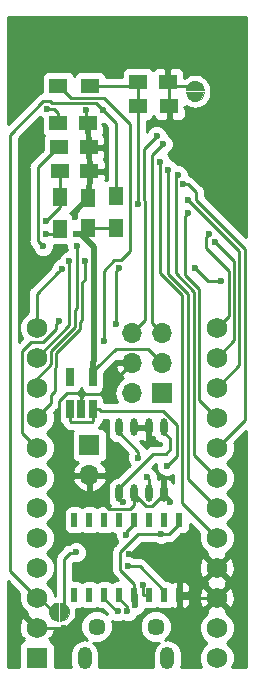
<source format=gbr>
G04 #@! TF.GenerationSoftware,KiCad,Pcbnew,(5.0.0)*
G04 #@! TF.CreationDate,2019-11-08T12:20:02-06:00*
G04 #@! TF.ProjectId,EByte_E73,45427974655F4537332E6B696361645F,rev?*
G04 #@! TF.SameCoordinates,Original*
G04 #@! TF.FileFunction,Copper,L2,Bot,Signal*
G04 #@! TF.FilePolarity,Positive*
%FSLAX46Y46*%
G04 Gerber Fmt 4.6, Leading zero omitted, Abs format (unit mm)*
G04 Created by KiCad (PCBNEW (5.0.0)) date 11/08/19 12:20:02*
%MOMM*%
%LPD*%
G01*
G04 APERTURE LIST*
G04 #@! TA.AperFunction,EtchedComponent*
%ADD10C,0.010000*%
G04 #@! TD*
G04 #@! TA.AperFunction,ComponentPad*
%ADD11R,1.752600X1.752600*%
G04 #@! TD*
G04 #@! TA.AperFunction,ComponentPad*
%ADD12C,1.752600*%
G04 #@! TD*
G04 #@! TA.AperFunction,SMDPad,CuDef*
%ADD13R,1.500000X1.250000*%
G04 #@! TD*
G04 #@! TA.AperFunction,SMDPad,CuDef*
%ADD14R,1.250000X1.500000*%
G04 #@! TD*
G04 #@! TA.AperFunction,ComponentPad*
%ADD15C,0.400000*%
G04 #@! TD*
G04 #@! TA.AperFunction,SMDPad,CuDef*
%ADD16R,1.300000X1.500000*%
G04 #@! TD*
G04 #@! TA.AperFunction,ComponentPad*
%ADD17C,1.450000*%
G04 #@! TD*
G04 #@! TA.AperFunction,ComponentPad*
%ADD18O,1.200000X1.900000*%
G04 #@! TD*
G04 #@! TA.AperFunction,SMDPad,CuDef*
%ADD19R,0.650000X1.560000*%
G04 #@! TD*
G04 #@! TA.AperFunction,ComponentPad*
%ADD20R,1.700000X1.700000*%
G04 #@! TD*
G04 #@! TA.AperFunction,ComponentPad*
%ADD21O,1.700000X1.700000*%
G04 #@! TD*
G04 #@! TA.AperFunction,SMDPad,CuDef*
%ADD22R,0.508000X1.143000*%
G04 #@! TD*
G04 #@! TA.AperFunction,SMDPad,CuDef*
%ADD23O,0.609600X1.473200*%
G04 #@! TD*
G04 #@! TA.AperFunction,SMDPad,CuDef*
%ADD24R,1.500000X1.300000*%
G04 #@! TD*
G04 #@! TA.AperFunction,ViaPad*
%ADD25C,0.600000*%
G04 #@! TD*
G04 #@! TA.AperFunction,Conductor*
%ADD26C,0.250000*%
G04 #@! TD*
G04 #@! TA.AperFunction,Conductor*
%ADD27C,0.500000*%
G04 #@! TD*
G04 #@! TA.AperFunction,Conductor*
%ADD28C,0.254000*%
G04 #@! TD*
G04 APERTURE END LIST*
D10*
G04 #@! TO.C,JP2*
G36*
X114251040Y-104288260D02*
X114296240Y-104544760D01*
X114426540Y-104770360D01*
X114626040Y-104937760D01*
X114870840Y-105026860D01*
X115131240Y-105026860D01*
X115376040Y-104937760D01*
X115575540Y-104770360D01*
X115705840Y-104544760D01*
X115751040Y-104288260D01*
X114251040Y-104288260D01*
X114251040Y-104288260D01*
G37*
X114251040Y-104288260D02*
X114296240Y-104544760D01*
X114426540Y-104770360D01*
X114626040Y-104937760D01*
X114870840Y-105026860D01*
X115131240Y-105026860D01*
X115376040Y-104937760D01*
X115575540Y-104770360D01*
X115705840Y-104544760D01*
X115751040Y-104288260D01*
X114251040Y-104288260D01*
G36*
X115751040Y-104088260D02*
X115705840Y-103831760D01*
X115575540Y-103606160D01*
X115376040Y-103438760D01*
X115131240Y-103349660D01*
X114870840Y-103349660D01*
X114626040Y-103438760D01*
X114426540Y-103606160D01*
X114296240Y-103831760D01*
X114251040Y-104088260D01*
X115751040Y-104088260D01*
X115751040Y-104088260D01*
G37*
X115751040Y-104088260D02*
X115705840Y-103831760D01*
X115575540Y-103606160D01*
X115376040Y-103438760D01*
X115131240Y-103349660D01*
X114870840Y-103349660D01*
X114626040Y-103438760D01*
X114426540Y-103606160D01*
X114296240Y-103831760D01*
X114251040Y-104088260D01*
X115751040Y-104088260D01*
G04 #@! TO.C,JP1*
G36*
X103377060Y-147504720D02*
X103120560Y-147549920D01*
X102894960Y-147680220D01*
X102727560Y-147879720D01*
X102638460Y-148124520D01*
X102638460Y-148384920D01*
X102727560Y-148629720D01*
X102894960Y-148829220D01*
X103120560Y-148959520D01*
X103377060Y-149004720D01*
X103377060Y-147504720D01*
X103377060Y-147504720D01*
G37*
X103377060Y-147504720D02*
X103120560Y-147549920D01*
X102894960Y-147680220D01*
X102727560Y-147879720D01*
X102638460Y-148124520D01*
X102638460Y-148384920D01*
X102727560Y-148629720D01*
X102894960Y-148829220D01*
X103120560Y-148959520D01*
X103377060Y-149004720D01*
X103377060Y-147504720D01*
G36*
X103577060Y-149004720D02*
X103833560Y-148959520D01*
X104059160Y-148829220D01*
X104226560Y-148629720D01*
X104315660Y-148384920D01*
X104315660Y-148124520D01*
X104226560Y-147879720D01*
X104059160Y-147680220D01*
X103833560Y-147549920D01*
X103577060Y-147504720D01*
X103577060Y-149004720D01*
X103577060Y-149004720D01*
G37*
X103577060Y-149004720D02*
X103833560Y-148959520D01*
X104059160Y-148829220D01*
X104226560Y-148629720D01*
X104315660Y-148384920D01*
X104315660Y-148124520D01*
X104226560Y-147879720D01*
X104059160Y-147680220D01*
X103833560Y-147549920D01*
X103577060Y-147504720D01*
X103577060Y-149004720D01*
G04 #@! TD*
D11*
G04 #@! TO.P,U2,1*
G04 #@! TO.N,N/C*
X101600000Y-152146000D03*
D12*
G04 #@! TO.P,U2,2*
G04 #@! TO.N,GND*
X101600000Y-149606000D03*
G04 #@! TO.P,U2,3*
G04 #@! TO.N,RESET*
X101600000Y-147066000D03*
G04 #@! TO.P,U2,4*
G04 #@! TO.N,VCC*
X101600000Y-144526000D03*
G04 #@! TO.P,U2,5*
G04 #@! TO.N,/P0.05*
X101600000Y-141986000D03*
G04 #@! TO.P,U2,6*
G04 #@! TO.N,/P0.04*
X101600000Y-139446000D03*
G04 #@! TO.P,U2,7*
G04 #@! TO.N,/P0.03*
X101600000Y-136906000D03*
G04 #@! TO.P,U2,8*
G04 #@! TO.N,/P0.02*
X101600000Y-134366000D03*
G04 #@! TO.P,U2,9*
G04 #@! TO.N,SCK*
X101600000Y-131826000D03*
G04 #@! TO.P,U2,10*
G04 #@! TO.N,MISO*
X101600000Y-129286000D03*
G04 #@! TO.P,U2,11*
G04 #@! TO.N,MOSI*
X101600000Y-126746000D03*
G04 #@! TO.P,U2,12*
G04 #@! TO.N,/P0.11*
X101600000Y-124206000D03*
G04 #@! TO.P,U2,24*
G04 #@! TO.N,/P0.16*
X116840000Y-124206000D03*
G04 #@! TO.P,U2,23*
G04 #@! TO.N,/P0.15*
X116840000Y-126746000D03*
G04 #@! TO.P,U2,22*
G04 #@! TO.N,/P0.30*
X116840000Y-129286000D03*
G04 #@! TO.P,U2,21*
G04 #@! TO.N,/P0.29*
X116840000Y-131826000D03*
G04 #@! TO.P,U2,20*
G04 #@! TO.N,/P0.28*
X116840000Y-134366000D03*
G04 #@! TO.P,U2,19*
G04 #@! TO.N,/P0.27*
X116840000Y-136906000D03*
G04 #@! TO.P,U2,18*
G04 #@! TO.N,SCL*
X116840000Y-139446000D03*
G04 #@! TO.P,U2,17*
G04 #@! TO.N,SDA*
X116840000Y-141986000D03*
G04 #@! TO.P,U2,16*
G04 #@! TO.N,GND*
X116840000Y-144526000D03*
G04 #@! TO.P,U2,15*
X116840000Y-147066000D03*
G04 #@! TO.P,U2,14*
G04 #@! TO.N,/P0.07*
X116840000Y-149606000D03*
G04 #@! TO.P,U2,13*
G04 #@! TO.N,/P0.17*
X116840000Y-152146000D03*
G04 #@! TD*
D13*
G04 #@! TO.P,C2,1*
G04 #@! TO.N,Net-(C2-Pad1)*
X103494200Y-108930440D03*
G04 #@! TO.P,C2,2*
G04 #@! TO.N,GND*
X105994200Y-108930440D03*
G04 #@! TD*
G04 #@! TO.P,C1,1*
G04 #@! TO.N,Net-(C1-Pad1)*
X103547540Y-110964980D03*
G04 #@! TO.P,C1,2*
G04 #@! TO.N,GND*
X106047540Y-110964980D03*
G04 #@! TD*
D14*
G04 #@! TO.P,C3,1*
G04 #@! TO.N,VCC*
X105976420Y-115740180D03*
G04 #@! TO.P,C3,2*
G04 #@! TO.N,GND*
X105976420Y-113240180D03*
G04 #@! TD*
D15*
G04 #@! TO.P,JP2,2*
G04 #@! TO.N,GND*
X115001040Y-103738260D03*
G04 #@! TO.P,JP2,1*
G04 #@! TO.N,Net-(JP2-Pad1)*
X115001040Y-104638260D03*
X115001040Y-104638260D03*
G04 #@! TO.P,JP2,2*
G04 #@! TO.N,GND*
X115001040Y-103738260D03*
G04 #@! TD*
D16*
G04 #@! TO.P,L1,1*
G04 #@! TO.N,Net-(C1-Pad1)*
X103538020Y-113140500D03*
G04 #@! TO.P,L1,2*
G04 #@! TO.N,Net-(L1-Pad2)*
X103538020Y-115840500D03*
G04 #@! TD*
G04 #@! TO.P,R1,1*
G04 #@! TO.N,RESET*
X108325921Y-113080821D03*
G04 #@! TO.P,R1,2*
G04 #@! TO.N,VCC*
X108325921Y-115780821D03*
G04 #@! TD*
D13*
G04 #@! TO.P,C4,1*
G04 #@! TO.N,Net-(C4-Pad1)*
X103428160Y-106870500D03*
G04 #@! TO.P,C4,2*
G04 #@! TO.N,GND*
X105928160Y-106870500D03*
G04 #@! TD*
D17*
G04 #@! TO.P,J1,6*
G04 #@! TO.N,Net-(J1-Pad6)*
X106669200Y-149508980D03*
X111669200Y-149508980D03*
D18*
X105669200Y-152208980D03*
X112669200Y-152208980D03*
G04 #@! TD*
D19*
G04 #@! TO.P,U3,1*
G04 #@! TO.N,Net-(C5-Pad1)*
X106334640Y-131107180D03*
G04 #@! TO.P,U3,2*
G04 #@! TO.N,GND*
X105384640Y-131107180D03*
G04 #@! TO.P,U3,3*
G04 #@! TO.N,Net-(C5-Pad1)*
X104434640Y-131107180D03*
G04 #@! TO.P,U3,4*
G04 #@! TO.N,N/C*
X104434640Y-128407180D03*
G04 #@! TO.P,U3,5*
G04 #@! TO.N,VCC*
X106334640Y-128407180D03*
G04 #@! TD*
D20*
G04 #@! TO.P,J3,1*
G04 #@! TO.N,/VBatt*
X106072940Y-134167880D03*
D21*
G04 #@! TO.P,J3,2*
G04 #@! TO.N,GND*
X106072940Y-136707880D03*
G04 #@! TD*
D22*
G04 #@! TO.P,U4,16*
G04 #@! TO.N,/VBus*
X113690400Y-140477240D03*
G04 #@! TO.P,U4,14*
G04 #@! TO.N,N/C*
X111150400Y-140477240D03*
G04 #@! TO.P,U4,13*
G04 #@! TO.N,/DTR*
X109880400Y-140477240D03*
G04 #@! TO.P,U4,12*
G04 #@! TO.N,N/C*
X108610400Y-140477240D03*
G04 #@! TO.P,U4,11*
X107340400Y-140477240D03*
G04 #@! TO.P,U4,10*
X106070400Y-140477240D03*
G04 #@! TO.P,U4,9*
X104800400Y-140477240D03*
G04 #@! TO.P,U4,8*
X104800400Y-146827240D03*
G04 #@! TO.P,U4,7*
X106070400Y-146827240D03*
G04 #@! TO.P,U4,6*
G04 #@! TO.N,/Data-*
X107340400Y-146827240D03*
G04 #@! TO.P,U4,5*
G04 #@! TO.N,/Data+*
X108610400Y-146827240D03*
G04 #@! TO.P,U4,4*
G04 #@! TO.N,/VBus*
X109880400Y-146827240D03*
G04 #@! TO.P,U4,3*
G04 #@! TO.N,TXD*
X111150400Y-146827240D03*
G04 #@! TO.P,U4,2*
G04 #@! TO.N,Net-(R6-Pad2)*
X112420400Y-146827240D03*
G04 #@! TO.P,U4,1*
G04 #@! TO.N,GND*
X113690400Y-146827240D03*
G04 #@! TO.P,U4,15*
G04 #@! TO.N,N/C*
X112420400Y-140477240D03*
G04 #@! TD*
D20*
G04 #@! TO.P,J2,1*
G04 #@! TO.N,RXD*
X112229900Y-129715260D03*
D21*
G04 #@! TO.P,J2,2*
G04 #@! TO.N,TXD*
X109689900Y-129715260D03*
G04 #@! TO.P,J2,3*
G04 #@! TO.N,VCC*
X112229900Y-127175260D03*
G04 #@! TO.P,J2,4*
G04 #@! TO.N,GND*
X109689900Y-127175260D03*
G04 #@! TO.P,J2,5*
G04 #@! TO.N,SWDCLK*
X112229900Y-124635260D03*
G04 #@! TO.P,J2,6*
G04 #@! TO.N,SWDIO*
X109689900Y-124635260D03*
G04 #@! TD*
D15*
G04 #@! TO.P,JP1,2*
G04 #@! TO.N,Net-(C9-Pad1)*
X103927060Y-148254720D03*
G04 #@! TO.P,JP1,1*
G04 #@! TO.N,RESET*
X103027060Y-148254720D03*
X103027060Y-148254720D03*
G04 #@! TO.P,JP1,2*
G04 #@! TO.N,Net-(C9-Pad1)*
X103927060Y-148254720D03*
G04 #@! TD*
D23*
G04 #@! TO.P,U6,1*
G04 #@! TO.N,GND*
X112359440Y-138236960D03*
G04 #@! TO.P,U6,2*
G04 #@! TO.N,Net-(R3-Pad1)*
X111089440Y-138236960D03*
G04 #@! TO.P,U6,3*
G04 #@! TO.N,GND*
X109819440Y-138236960D03*
G04 #@! TO.P,U6,4*
G04 #@! TO.N,/VBus*
X108549440Y-138236960D03*
G04 #@! TO.P,U6,5*
G04 #@! TO.N,/VBatt*
X108549440Y-132648960D03*
G04 #@! TO.P,U6,6*
G04 #@! TO.N,GND*
X109819440Y-132648960D03*
G04 #@! TO.P,U6,7*
X111089440Y-132648960D03*
G04 #@! TO.P,U6,8*
G04 #@! TO.N,/VBus*
X112359440Y-132648960D03*
G04 #@! TD*
D13*
G04 #@! TO.P,C6,1*
G04 #@! TO.N,/P0.31*
X110199800Y-103388160D03*
G04 #@! TO.P,C6,2*
G04 #@! TO.N,GND*
X112699800Y-103388160D03*
G04 #@! TD*
D24*
G04 #@! TO.P,R4,1*
G04 #@! TO.N,/VBatt*
X103430080Y-103756460D03*
G04 #@! TO.P,R4,2*
G04 #@! TO.N,/P0.31*
X106130080Y-103756460D03*
G04 #@! TD*
G04 #@! TO.P,R5,1*
G04 #@! TO.N,/P0.31*
X110144580Y-105417620D03*
G04 #@! TO.P,R5,2*
G04 #@! TO.N,GND*
X112844580Y-105417620D03*
G04 #@! TD*
D25*
G04 #@! TO.N,GND*
X103940000Y-149606000D03*
X106350000Y-143390000D03*
X109450000Y-143330000D03*
X111972968Y-143357040D03*
X105400000Y-129710000D03*
X104815640Y-114808000D03*
X105775760Y-105806484D03*
X101036120Y-120291860D03*
X112882680Y-138930380D03*
X111452771Y-133596380D03*
X103124000Y-100076000D03*
X102362000Y-100076000D03*
X109474000Y-100076000D03*
X116078000Y-100076000D03*
X116078000Y-98806000D03*
X109474000Y-98806000D03*
X103124000Y-98806000D03*
X102362000Y-98806000D03*
G04 #@! TO.N,Net-(C1-Pad1)*
X102351840Y-115133120D03*
G04 #@! TO.N,Net-(C2-Pad1)*
X102144164Y-117310340D03*
G04 #@! TO.N,VCC*
X104889300Y-116235480D03*
G04 #@! TO.N,SWDIO*
X111757460Y-108003340D03*
G04 #@! TO.N,RESET*
X107246420Y-105791000D03*
G04 #@! TO.N,SWDCLK*
X112274185Y-108658339D03*
G04 #@! TO.N,Net-(L1-Pad2)*
X102402640Y-116265960D03*
G04 #@! TO.N,SCK*
X105671708Y-118579336D03*
G04 #@! TO.N,/P0.11*
X103740379Y-119196281D03*
G04 #@! TO.N,TXD*
X108567220Y-119136330D03*
X108313220Y-123855480D03*
X110568164Y-146007023D03*
G04 #@! TO.N,/P0.02*
X103525320Y-123639580D03*
G04 #@! TO.N,MOSI*
X104365728Y-118588588D03*
G04 #@! TO.N,MISO*
X105008691Y-117248951D03*
G04 #@! TO.N,/P0.15*
X116682210Y-116926346D03*
G04 #@! TO.N,/P0.16*
X116220410Y-116273078D03*
G04 #@! TO.N,SDA*
X112024560Y-110153001D03*
G04 #@! TO.N,SCL*
X112760760Y-110881160D03*
G04 #@! TO.N,/P0.27*
X113570969Y-111272954D03*
G04 #@! TO.N,/P0.28*
X113988612Y-112063856D03*
G04 #@! TO.N,/P0.29*
X114438623Y-114513360D03*
G04 #@! TO.N,/P0.30*
X114438623Y-113392642D03*
G04 #@! TO.N,/P0.07*
X117224186Y-120241060D03*
X115008660Y-119156480D03*
G04 #@! TO.N,Net-(C4-Pad1)*
X102486460Y-105666540D03*
G04 #@! TO.N,/Data-*
X108460000Y-148230000D03*
G04 #@! TO.N,/VBus*
X108892184Y-138955728D03*
X109902325Y-147717229D03*
X112118140Y-141678660D03*
G04 #@! TO.N,/Data+*
X109271888Y-148209742D03*
G04 #@! TO.N,Net-(C5-Pad1)*
X112615980Y-135895080D03*
G04 #@! TO.N,/VBatt*
X107294680Y-125310900D03*
X110202751Y-135203616D03*
G04 #@! TO.N,Net-(R3-Pad1)*
X110923364Y-136883375D03*
G04 #@! TO.N,Net-(C9-Pad1)*
X104940000Y-143230000D03*
G04 #@! TO.N,/DTR*
X109190049Y-141777720D03*
G04 #@! TO.N,Net-(R6-Pad2)*
X109304969Y-144416780D03*
G04 #@! TO.N,/P0.31*
X110149810Y-113746280D03*
G04 #@! TD*
D26*
G04 #@! TO.N,GND*
X101600000Y-149606000D02*
X103940000Y-149606000D01*
X111521664Y-143330000D02*
X109450000Y-143330000D01*
X111972968Y-143357040D02*
X111548704Y-143357040D01*
X111548704Y-143357040D02*
X111521664Y-143330000D01*
X105167460Y-129860000D02*
X105384640Y-130077180D01*
X105007480Y-129700020D02*
X105167460Y-129860000D01*
X105167460Y-129860000D02*
X105250000Y-129860000D01*
X105250000Y-129860000D02*
X105400000Y-129710000D01*
X106072940Y-137909961D02*
X106072940Y-136707880D01*
X109462261Y-139580739D02*
X107743718Y-139580739D01*
X107743718Y-139580739D02*
X106072940Y-137909961D01*
X109819440Y-139223560D02*
X109462261Y-139580739D01*
X109819440Y-138236960D02*
X109819440Y-139223560D01*
D27*
X104815640Y-114808000D02*
X104815640Y-114400960D01*
X104815640Y-114400960D02*
X105976420Y-113240180D01*
D26*
X105775760Y-105806484D02*
X105775760Y-106718100D01*
X105775760Y-106718100D02*
X105928160Y-106870500D01*
X115001040Y-103738260D02*
X113049900Y-103738260D01*
X113049900Y-103738260D02*
X112699800Y-103388160D01*
X112844580Y-105417620D02*
X112844580Y-103532940D01*
X112844580Y-103532940D02*
X112699800Y-103388160D01*
X105632260Y-129829560D02*
X107035600Y-129829560D01*
X107035600Y-129829560D02*
X109689900Y-127175260D01*
X105384640Y-130077180D02*
X105632260Y-129829560D01*
X104151798Y-129700020D02*
X105007480Y-129700020D01*
X105384640Y-130077180D02*
X105384640Y-131107180D01*
X103469440Y-135511540D02*
X103469440Y-130382378D01*
X103469440Y-130382378D02*
X104151798Y-129700020D01*
X104665780Y-136707880D02*
X103469440Y-135511540D01*
X106072940Y-136707880D02*
X104665780Y-136707880D01*
X109689900Y-126771300D02*
X109689900Y-127175260D01*
X112882680Y-138930380D02*
X112882680Y-138760200D01*
X112882680Y-138760200D02*
X112359440Y-138236960D01*
X112359440Y-138236960D02*
X112359440Y-138289445D01*
X112359440Y-138289445D02*
X111350315Y-139298570D01*
X111350315Y-139298570D02*
X110828565Y-139298570D01*
X109819440Y-138289445D02*
X110828565Y-139298570D01*
X109819440Y-138236960D02*
X109819440Y-138289445D01*
X111089440Y-132648960D02*
X111089440Y-133233049D01*
X111089440Y-133233049D02*
X111452771Y-133596380D01*
X110109000Y-138892280D02*
X110109000Y-138526520D01*
X110109000Y-138526520D02*
X109819440Y-138236960D01*
X109819440Y-132648960D02*
X111089440Y-132648960D01*
X105994200Y-108930440D02*
X105994200Y-106936540D01*
X105994200Y-106936540D02*
X105928160Y-106870500D01*
X116840000Y-147066000D02*
X113929160Y-147066000D01*
X113929160Y-147066000D02*
X113690400Y-146827240D01*
X106047540Y-110964980D02*
X106047540Y-108983780D01*
X106047540Y-108983780D02*
X105994200Y-108930440D01*
X105976420Y-113240180D02*
X105976420Y-111036100D01*
X105976420Y-111036100D02*
X106047540Y-110964980D01*
X102362000Y-100076000D02*
X103124000Y-100076000D01*
X116078000Y-100076000D02*
X109474000Y-100076000D01*
X109474000Y-98806000D02*
X116078000Y-98806000D01*
X102362000Y-98806000D02*
X103124000Y-98806000D01*
G04 #@! TO.N,Net-(C1-Pad1)*
X103538020Y-113140500D02*
X103538020Y-110974500D01*
X103538020Y-110974500D02*
X103547540Y-110964980D01*
X103538020Y-113040500D02*
X103538020Y-113140500D01*
X103538020Y-113140500D02*
X103538020Y-113946940D01*
X103538020Y-113946940D02*
X102351840Y-115133120D01*
G04 #@! TO.N,Net-(C2-Pad1)*
X103494200Y-108930440D02*
X103369200Y-108930440D01*
X101673660Y-116839836D02*
X101844165Y-117010341D01*
X101844165Y-117010341D02*
X102144164Y-117310340D01*
X103369200Y-108930440D02*
X101673660Y-110625980D01*
X101673660Y-110625980D02*
X101673660Y-116839836D01*
G04 #@! TO.N,VCC*
X108286561Y-126000259D02*
X106745800Y-127541020D01*
X106334640Y-127952180D02*
X106745800Y-127541020D01*
X106745800Y-127541020D02*
X106126040Y-128160780D01*
X106334640Y-128407180D02*
X106334640Y-127952180D01*
X108459019Y-126000259D02*
X108286561Y-126000259D01*
X112229900Y-127175260D02*
X111054899Y-126000259D01*
X111054899Y-126000259D02*
X108459019Y-126000259D01*
D27*
X106474260Y-117396176D02*
X106474260Y-126987560D01*
X106474260Y-126987560D02*
X106334640Y-127127180D01*
X106334640Y-127127180D02*
X106334640Y-128407180D01*
X105313564Y-116235480D02*
X106474260Y-117396176D01*
X104889300Y-116235480D02*
X105313564Y-116235480D01*
D26*
X105976420Y-115740180D02*
X108285280Y-115740180D01*
X108285280Y-115740180D02*
X108325921Y-115780821D01*
D27*
X104889300Y-116235480D02*
X105481120Y-116235480D01*
X105481120Y-116235480D02*
X105976420Y-115740180D01*
D26*
G04 #@! TO.N,SWDIO*
X110716060Y-109044740D02*
X111457461Y-108303339D01*
X110716060Y-113387526D02*
X110716060Y-109044740D01*
X110774812Y-123550348D02*
X110774812Y-113446278D01*
X109689900Y-124635260D02*
X110774812Y-123550348D01*
X111457461Y-108303339D02*
X111757460Y-108003340D01*
X110774812Y-113446278D02*
X110716060Y-113387526D01*
G04 #@! TO.N,RESET*
X106946421Y-105491001D02*
X107246420Y-105791000D01*
X106636892Y-105181472D02*
X106946421Y-105491001D01*
X102880676Y-105181472D02*
X106636892Y-105181472D01*
X102740742Y-105041538D02*
X102880676Y-105181472D01*
X102140738Y-105041538D02*
X102740742Y-105041538D01*
X99319080Y-107863196D02*
X102140738Y-105041538D01*
X99319080Y-144785080D02*
X99319080Y-107863196D01*
X101600000Y-147066000D02*
X99319080Y-144785080D01*
X108325921Y-106870501D02*
X107546419Y-106090999D01*
X108325921Y-113080821D02*
X108325921Y-106870501D01*
X107546419Y-106090999D02*
X107246420Y-105791000D01*
X101600000Y-147066000D02*
X101838340Y-147066000D01*
X101838340Y-147066000D02*
X103027060Y-148254720D01*
G04 #@! TO.N,SWDCLK*
X112229900Y-124635260D02*
X111379901Y-123785261D01*
X111379901Y-109552623D02*
X111974186Y-108958338D01*
X111974186Y-108958338D02*
X112274185Y-108658339D01*
X111379901Y-123785261D02*
X111379901Y-109552623D01*
G04 #@! TO.N,Net-(L1-Pad2)*
X102402640Y-116265960D02*
X103112560Y-116265960D01*
X103112560Y-116265960D02*
X103538020Y-115840500D01*
G04 #@! TO.N,SCK*
X101600000Y-131826000D02*
X101600000Y-131803140D01*
X101600000Y-131803140D02*
X102783640Y-130619500D01*
X103121460Y-129542466D02*
X103121460Y-127638877D01*
X102783640Y-130619500D02*
X102783640Y-129880286D01*
X102783640Y-129880286D02*
X103121460Y-129542466D01*
X103251312Y-126367508D02*
X105265749Y-124353072D01*
X103121460Y-127638877D02*
X103251312Y-127509025D01*
X103251312Y-127509025D02*
X103251312Y-126367508D01*
X105265749Y-124353072D02*
X105265749Y-123738109D01*
X105265749Y-123738109D02*
X105458701Y-123545159D01*
X105458701Y-123545159D02*
X105458701Y-120344759D01*
X105458701Y-120344759D02*
X105671708Y-120131752D01*
X105671708Y-120131752D02*
X105671708Y-119003600D01*
X105671708Y-119003600D02*
X105671708Y-118579336D01*
X101854000Y-131826000D02*
X101600000Y-131826000D01*
G04 #@! TO.N,/P0.11*
X103440380Y-119496280D02*
X103740379Y-119196281D01*
X101600000Y-124206000D02*
X101600000Y-121336660D01*
X101600000Y-121336660D02*
X103440380Y-119496280D01*
G04 #@! TO.N,TXD*
X108313220Y-123855480D02*
X108313220Y-119390330D01*
X108313220Y-119390330D02*
X108567220Y-119136330D01*
X110568164Y-146749004D02*
X110568164Y-146431287D01*
X110568164Y-146431287D02*
X110568164Y-146007023D01*
X111150400Y-146827240D02*
X110646400Y-146827240D01*
X110646400Y-146827240D02*
X110568164Y-146749004D01*
G04 #@! TO.N,/P0.02*
X101600000Y-134366000D02*
X100398699Y-133164699D01*
X100398699Y-133164699D02*
X100398699Y-126169375D01*
X102176625Y-125407301D02*
X103225321Y-124358605D01*
X103225321Y-123939579D02*
X103525320Y-123639580D01*
X100398699Y-126169375D02*
X101160773Y-125407301D01*
X101160773Y-125407301D02*
X102176625Y-125407301D01*
X103225321Y-124358605D02*
X103225321Y-123939579D01*
G04 #@! TO.N,MOSI*
X101600000Y-126746000D02*
X104365728Y-123980272D01*
X104365728Y-123980272D02*
X104365728Y-119012852D01*
X104365728Y-119012852D02*
X104365728Y-118588588D01*
G04 #@! TO.N,MISO*
X105008691Y-117673215D02*
X105008691Y-117248951D01*
X105008691Y-122540878D02*
X105008691Y-117673215D01*
X104815738Y-122733831D02*
X105008691Y-122540878D01*
X102801301Y-126181109D02*
X104815738Y-124166672D01*
X102801301Y-127322625D02*
X102801301Y-126181109D01*
X101600000Y-128523926D02*
X102801301Y-127322625D01*
X101600000Y-129286000D02*
X101600000Y-128523926D01*
X104815738Y-124166672D02*
X104815738Y-122733831D01*
G04 #@! TO.N,/P0.15*
X116982209Y-117226345D02*
X116682210Y-116926346D01*
X116840000Y-126746000D02*
X118299207Y-125286793D01*
X118299207Y-118543343D02*
X116982209Y-117226345D01*
X118299207Y-125286793D02*
X118299207Y-118543343D01*
G04 #@! TO.N,/P0.16*
X115920411Y-117494417D02*
X115920411Y-116573077D01*
X117849196Y-123196804D02*
X117849196Y-119423202D01*
X117849196Y-119423202D02*
X115920411Y-117494417D01*
X116840000Y-124206000D02*
X117849196Y-123196804D01*
X115920411Y-116573077D02*
X116220410Y-116273078D01*
G04 #@! TO.N,SDA*
X112024560Y-119548040D02*
X112024560Y-110577265D01*
X112024560Y-110577265D02*
X112024560Y-110153001D01*
X116840000Y-141986000D02*
X113934240Y-139080240D01*
X113934240Y-139080240D02*
X113934240Y-121457720D01*
X113934240Y-121457720D02*
X112024560Y-119548040D01*
G04 #@! TO.N,SCL*
X112760760Y-111305424D02*
X112760760Y-110881160D01*
X112760760Y-119647829D02*
X112760760Y-111305424D01*
X114445211Y-121332280D02*
X112760760Y-119647829D01*
X114445211Y-137051211D02*
X114445211Y-121332280D01*
X116840000Y-139446000D02*
X114445211Y-137051211D01*
G04 #@! TO.N,/P0.27*
X116840000Y-136906000D02*
X114895222Y-134961222D01*
X113363602Y-111480321D02*
X113570969Y-111272954D01*
X114895222Y-121145880D02*
X113363602Y-119614261D01*
X113363602Y-119614261D02*
X113363602Y-111480321D01*
X114895222Y-134961222D02*
X114895222Y-121145880D01*
G04 #@! TO.N,/P0.28*
X116840000Y-134366000D02*
X119199229Y-132006771D01*
X119199229Y-117516838D02*
X115063624Y-113381233D01*
X119199229Y-132006771D02*
X119199229Y-117516838D01*
X115063624Y-112714604D02*
X114412876Y-112063856D01*
X114412876Y-112063856D02*
X113988612Y-112063856D01*
X115063624Y-113381233D02*
X115063624Y-112714604D01*
G04 #@! TO.N,/P0.29*
X114138624Y-114813359D02*
X114438623Y-114513360D01*
X115345233Y-130331233D02*
X115345233Y-120959480D01*
X114138624Y-119752871D02*
X114138624Y-114813359D01*
X116840000Y-131826000D02*
X115345233Y-130331233D01*
X115345233Y-120959480D02*
X114138624Y-119752871D01*
G04 #@! TO.N,/P0.30*
X116840000Y-129286000D02*
X118749218Y-127376782D01*
X118749218Y-117703237D02*
X114738622Y-113692641D01*
X118749218Y-127376782D02*
X118749218Y-117703237D01*
X114738622Y-113692641D02*
X114438623Y-113392642D01*
G04 #@! TO.N,/P0.07*
X116093240Y-120241060D02*
X116799922Y-120241060D01*
X115008660Y-119156480D02*
X116093240Y-120241060D01*
X116799922Y-120241060D02*
X117224186Y-120241060D01*
G04 #@! TO.N,Net-(C4-Pad1)*
X103099200Y-105666540D02*
X102910724Y-105666540D01*
X103428160Y-106870500D02*
X103428160Y-105995500D01*
X102910724Y-105666540D02*
X102486460Y-105666540D01*
X103428160Y-105995500D02*
X103099200Y-105666540D01*
G04 #@! TO.N,/Data-*
X107340400Y-146827240D02*
X107340400Y-147144740D01*
X107340400Y-147144740D02*
X108425660Y-148230000D01*
X108425660Y-148230000D02*
X108460000Y-148230000D01*
G04 #@! TO.N,/VBus*
X110176336Y-141678660D02*
X111693876Y-141678660D01*
X108679968Y-143175028D02*
X110176336Y-141678660D01*
X108679968Y-144716781D02*
X108679968Y-143175028D01*
X111693876Y-141678660D02*
X112118140Y-141678660D01*
X109880400Y-145917213D02*
X108679968Y-144716781D01*
X109880400Y-146827240D02*
X109880400Y-145917213D01*
X108549440Y-138612984D02*
X108592185Y-138655729D01*
X108592185Y-138655729D02*
X108892184Y-138955728D01*
X108549440Y-138236960D02*
X108549440Y-138612984D01*
D27*
X109880400Y-146827240D02*
X109902325Y-146849165D01*
X109902325Y-146849165D02*
X109902325Y-147292965D01*
X109902325Y-147292965D02*
X109902325Y-147717229D01*
D26*
X113690400Y-140159740D02*
X113690400Y-140477240D01*
X108549440Y-138236960D02*
X108549440Y-138668760D01*
X108549440Y-138236960D02*
X108549440Y-137805160D01*
X112914240Y-133635560D02*
X112359440Y-133080760D01*
X112359440Y-133080760D02*
X112359440Y-132648960D01*
X108549440Y-137805160D02*
X111482978Y-134871622D01*
X112552762Y-134871622D02*
X112914240Y-134510144D01*
X112914240Y-134510144D02*
X112914240Y-133635560D01*
X111482978Y-134871622D02*
X112552762Y-134871622D01*
X113690400Y-140477240D02*
X113690400Y-140794740D01*
X113690400Y-140794740D02*
X112806480Y-141678660D01*
X112806480Y-141678660D02*
X112118140Y-141678660D01*
G04 #@! TO.N,/Data+*
X108610400Y-146827240D02*
X108610400Y-147144740D01*
X109271888Y-147806228D02*
X109271888Y-148209742D01*
X108610400Y-147144740D02*
X109271888Y-147806228D01*
G04 #@! TO.N,Net-(C5-Pad1)*
X113446560Y-132413595D02*
X113446560Y-135064500D01*
X113446560Y-135064500D02*
X112615980Y-135895080D01*
X107082360Y-131279900D02*
X112312865Y-131279900D01*
X112312865Y-131279900D02*
X113446560Y-132413595D01*
X106334640Y-131107180D02*
X106909640Y-131107180D01*
X106909640Y-131107180D02*
X107082360Y-131279900D01*
X106334640Y-131107180D02*
X106334640Y-132137180D01*
X106334640Y-132137180D02*
X106259639Y-132212181D01*
X106259639Y-132212181D02*
X104509641Y-132212181D01*
X104509641Y-132212181D02*
X104434640Y-132137180D01*
X104434640Y-132137180D02*
X104434640Y-131107180D01*
G04 #@! TO.N,/VBatt*
X104505081Y-104731461D02*
X107327341Y-104731461D01*
X108750100Y-118511320D02*
X108155740Y-118511320D01*
X107294680Y-119372380D02*
X107294680Y-124886636D01*
X103530080Y-103756460D02*
X104505081Y-104731461D01*
X107327341Y-104731461D02*
X109524800Y-106928920D01*
X108155740Y-118511320D02*
X107294680Y-119372380D01*
X103430080Y-103756460D02*
X103530080Y-103756460D01*
X109524800Y-117736620D02*
X108750100Y-118511320D01*
X107294680Y-124886636D02*
X107294680Y-125310900D01*
X109524800Y-106928920D02*
X109524800Y-117736620D01*
X110202751Y-134779352D02*
X110202751Y-135203616D01*
X110202751Y-134734071D02*
X110202751Y-134779352D01*
X108549440Y-133080760D02*
X110202751Y-134734071D01*
X108549440Y-132648960D02*
X108549440Y-133080760D01*
G04 #@! TO.N,Net-(R3-Pad1)*
X111089440Y-137049451D02*
X110923364Y-136883375D01*
X111089440Y-138236960D02*
X111089440Y-137049451D01*
G04 #@! TO.N,Net-(C9-Pad1)*
X103927060Y-146157100D02*
X103927060Y-143752940D01*
X104900000Y-143270000D02*
X104940000Y-143230000D01*
X103927060Y-143752940D02*
X104410000Y-143270000D01*
X104410000Y-143270000D02*
X104900000Y-143270000D01*
X103927060Y-148254720D02*
X103927060Y-146157100D01*
X103927060Y-146157100D02*
X103924100Y-146154140D01*
G04 #@! TO.N,/DTR*
X109190049Y-141485091D02*
X109190049Y-141777720D01*
X109880400Y-140477240D02*
X109880400Y-140794740D01*
X109880400Y-140794740D02*
X109190049Y-141485091D01*
G04 #@! TO.N,Net-(R6-Pad2)*
X109729233Y-144416780D02*
X109304969Y-144416780D01*
X110327440Y-144416780D02*
X109729233Y-144416780D01*
X112420400Y-146509740D02*
X110327440Y-144416780D01*
X112420400Y-146827240D02*
X112420400Y-146509740D01*
G04 #@! TO.N,/P0.31*
X110144580Y-113741050D02*
X110149810Y-113746280D01*
X110144580Y-105417620D02*
X110144580Y-113741050D01*
X110144580Y-105417620D02*
X110144580Y-103443380D01*
X110144580Y-103443380D02*
X110199800Y-103388160D01*
X106130080Y-103756460D02*
X109831500Y-103756460D01*
X109831500Y-103756460D02*
X110199800Y-103388160D01*
G04 #@! TD*
D28*
G04 #@! TO.N,GND*
G36*
X100128499Y-146669301D02*
X100088700Y-146765384D01*
X100088700Y-147366616D01*
X100318782Y-147922083D01*
X100743917Y-148347218D01*
X100776520Y-148360722D01*
X100716604Y-148542999D01*
X101600000Y-149426395D01*
X101614143Y-149412253D01*
X101793748Y-149591858D01*
X101779605Y-149606000D01*
X101793748Y-149620143D01*
X101614143Y-149799748D01*
X101600000Y-149785605D01*
X101585858Y-149799748D01*
X101406253Y-149620143D01*
X101420395Y-149606000D01*
X100536999Y-148722604D01*
X100282973Y-148806104D01*
X100077118Y-149370997D01*
X100103109Y-149971668D01*
X100282973Y-150405896D01*
X100536997Y-150489395D01*
X100422369Y-150604023D01*
X100487574Y-150669228D01*
X100475935Y-150671543D01*
X100265891Y-150811891D01*
X100125543Y-151021935D01*
X100076260Y-151269700D01*
X100076260Y-152960000D01*
X99135000Y-152960000D01*
X99135000Y-145675801D01*
X100128499Y-146669301D01*
X100128499Y-146669301D01*
G37*
X100128499Y-146669301D02*
X100088700Y-146765384D01*
X100088700Y-147366616D01*
X100318782Y-147922083D01*
X100743917Y-148347218D01*
X100776520Y-148360722D01*
X100716604Y-148542999D01*
X101600000Y-149426395D01*
X101614143Y-149412253D01*
X101793748Y-149591858D01*
X101779605Y-149606000D01*
X101793748Y-149620143D01*
X101614143Y-149799748D01*
X101600000Y-149785605D01*
X101585858Y-149799748D01*
X101406253Y-149620143D01*
X101420395Y-149606000D01*
X100536999Y-148722604D01*
X100282973Y-148806104D01*
X100077118Y-149370997D01*
X100103109Y-149971668D01*
X100282973Y-150405896D01*
X100536997Y-150489395D01*
X100422369Y-150604023D01*
X100487574Y-150669228D01*
X100475935Y-150671543D01*
X100265891Y-150811891D01*
X100125543Y-151021935D01*
X100076260Y-151269700D01*
X100076260Y-152960000D01*
X99135000Y-152960000D01*
X99135000Y-145675801D01*
X100128499Y-146669301D01*
G36*
X106838635Y-147996897D02*
X107086400Y-148046180D01*
X107167038Y-148046180D01*
X107525000Y-148404142D01*
X107525000Y-148415983D01*
X107543008Y-148459458D01*
X107439578Y-148356028D01*
X106939721Y-148148980D01*
X106398679Y-148148980D01*
X105898822Y-148356028D01*
X105516248Y-148738602D01*
X105309200Y-149238459D01*
X105309200Y-149779501D01*
X105516248Y-150279358D01*
X105878260Y-150641370D01*
X105669200Y-150599785D01*
X105187328Y-150695636D01*
X104778816Y-150968595D01*
X104505856Y-151377107D01*
X104434200Y-151737344D01*
X104434200Y-152680615D01*
X104489773Y-152960000D01*
X103123740Y-152960000D01*
X103123740Y-151269700D01*
X103074457Y-151021935D01*
X102934109Y-150811891D01*
X102724065Y-150671543D01*
X102712426Y-150669228D01*
X102777631Y-150604023D01*
X102663003Y-150489395D01*
X102917027Y-150405896D01*
X103122882Y-149841003D01*
X103112801Y-149608014D01*
X103265992Y-149635009D01*
X103322059Y-149633780D01*
X103377060Y-149644720D01*
X103445689Y-149631069D01*
X103477060Y-149630381D01*
X103508431Y-149631069D01*
X103577060Y-149644720D01*
X103632061Y-149633780D01*
X103688128Y-149635009D01*
X103944628Y-149589809D01*
X104048317Y-149549499D01*
X104153652Y-149513723D01*
X104379251Y-149383423D01*
X104462769Y-149310156D01*
X104549429Y-149240604D01*
X104716829Y-149041103D01*
X104770293Y-148943651D01*
X104827963Y-148848613D01*
X104917063Y-148603813D01*
X104933973Y-148493947D01*
X104955660Y-148384920D01*
X104955660Y-148124520D01*
X104940077Y-148046180D01*
X105054400Y-148046180D01*
X105302165Y-147996897D01*
X105435400Y-147907872D01*
X105568635Y-147996897D01*
X105816400Y-148046180D01*
X106324400Y-148046180D01*
X106572165Y-147996897D01*
X106705400Y-147907872D01*
X106838635Y-147996897D01*
X106838635Y-147996897D01*
G37*
X106838635Y-147996897D02*
X107086400Y-148046180D01*
X107167038Y-148046180D01*
X107525000Y-148404142D01*
X107525000Y-148415983D01*
X107543008Y-148459458D01*
X107439578Y-148356028D01*
X106939721Y-148148980D01*
X106398679Y-148148980D01*
X105898822Y-148356028D01*
X105516248Y-148738602D01*
X105309200Y-149238459D01*
X105309200Y-149779501D01*
X105516248Y-150279358D01*
X105878260Y-150641370D01*
X105669200Y-150599785D01*
X105187328Y-150695636D01*
X104778816Y-150968595D01*
X104505856Y-151377107D01*
X104434200Y-151737344D01*
X104434200Y-152680615D01*
X104489773Y-152960000D01*
X103123740Y-152960000D01*
X103123740Y-151269700D01*
X103074457Y-151021935D01*
X102934109Y-150811891D01*
X102724065Y-150671543D01*
X102712426Y-150669228D01*
X102777631Y-150604023D01*
X102663003Y-150489395D01*
X102917027Y-150405896D01*
X103122882Y-149841003D01*
X103112801Y-149608014D01*
X103265992Y-149635009D01*
X103322059Y-149633780D01*
X103377060Y-149644720D01*
X103445689Y-149631069D01*
X103477060Y-149630381D01*
X103508431Y-149631069D01*
X103577060Y-149644720D01*
X103632061Y-149633780D01*
X103688128Y-149635009D01*
X103944628Y-149589809D01*
X104048317Y-149549499D01*
X104153652Y-149513723D01*
X104379251Y-149383423D01*
X104462769Y-149310156D01*
X104549429Y-149240604D01*
X104716829Y-149041103D01*
X104770293Y-148943651D01*
X104827963Y-148848613D01*
X104917063Y-148603813D01*
X104933973Y-148493947D01*
X104955660Y-148384920D01*
X104955660Y-148124520D01*
X104940077Y-148046180D01*
X105054400Y-148046180D01*
X105302165Y-147996897D01*
X105435400Y-147907872D01*
X105568635Y-147996897D01*
X105816400Y-148046180D01*
X106324400Y-148046180D01*
X106572165Y-147996897D01*
X106705400Y-147907872D01*
X106838635Y-147996897D01*
G36*
X119305001Y-152960000D02*
X118138649Y-152960000D01*
X118351300Y-152446616D01*
X118351300Y-151845384D01*
X118121218Y-151289917D01*
X117707301Y-150876000D01*
X118121218Y-150462083D01*
X118351300Y-149906616D01*
X118351300Y-149305384D01*
X118121218Y-148749917D01*
X117696083Y-148324782D01*
X117663480Y-148311278D01*
X117723396Y-148129001D01*
X116840000Y-147245605D01*
X115956604Y-148129001D01*
X116016520Y-148311278D01*
X115983917Y-148324782D01*
X115558782Y-148749917D01*
X115328700Y-149305384D01*
X115328700Y-149906616D01*
X115558782Y-150462083D01*
X115972699Y-150876000D01*
X115558782Y-151289917D01*
X115328700Y-151845384D01*
X115328700Y-152446616D01*
X115541351Y-152960000D01*
X113848627Y-152960000D01*
X113904200Y-152680615D01*
X113904200Y-151737344D01*
X113832544Y-151377107D01*
X113559585Y-150968595D01*
X113151072Y-150695636D01*
X112669200Y-150599785D01*
X112460140Y-150641370D01*
X112822152Y-150279358D01*
X113029200Y-149779501D01*
X113029200Y-149238459D01*
X112822152Y-148738602D01*
X112439578Y-148356028D01*
X111939721Y-148148980D01*
X111398679Y-148148980D01*
X110898822Y-148356028D01*
X110516248Y-148738602D01*
X110309200Y-149238459D01*
X110309200Y-149779501D01*
X110516248Y-150279358D01*
X110898822Y-150661932D01*
X111398679Y-150868980D01*
X111927899Y-150868980D01*
X111778815Y-150968595D01*
X111505856Y-151377108D01*
X111434200Y-151737345D01*
X111434200Y-152680616D01*
X111489773Y-152960000D01*
X106848627Y-152960000D01*
X106904200Y-152680616D01*
X106904200Y-151737345D01*
X106832544Y-151377107D01*
X106559585Y-150968595D01*
X106410501Y-150868980D01*
X106939721Y-150868980D01*
X107439578Y-150661932D01*
X107822152Y-150279358D01*
X108029200Y-149779501D01*
X108029200Y-149238459D01*
X107941767Y-149027378D01*
X108274017Y-149165000D01*
X108645983Y-149165000D01*
X108890398Y-149063760D01*
X109085905Y-149144742D01*
X109457871Y-149144742D01*
X109801523Y-149002397D01*
X110064543Y-148739377D01*
X110103195Y-148646063D01*
X110431960Y-148509884D01*
X110694980Y-148246864D01*
X110787110Y-148024441D01*
X110896400Y-148046180D01*
X111404400Y-148046180D01*
X111652165Y-147996897D01*
X111785400Y-147907872D01*
X111918635Y-147996897D01*
X112166400Y-148046180D01*
X112674400Y-148046180D01*
X112922165Y-147996897D01*
X113050668Y-147911033D01*
X113076702Y-147937067D01*
X113310091Y-148033740D01*
X113404650Y-148033740D01*
X113563400Y-147874990D01*
X113563400Y-146954240D01*
X113817400Y-146954240D01*
X113817400Y-147874990D01*
X113976150Y-148033740D01*
X114070709Y-148033740D01*
X114304098Y-147937067D01*
X114482727Y-147758439D01*
X114579400Y-147525050D01*
X114579400Y-147112990D01*
X114420650Y-146954240D01*
X113817400Y-146954240D01*
X113563400Y-146954240D01*
X113543400Y-146954240D01*
X113543400Y-146830997D01*
X115317118Y-146830997D01*
X115343109Y-147431668D01*
X115522973Y-147865896D01*
X115776999Y-147949396D01*
X116660395Y-147066000D01*
X117019605Y-147066000D01*
X117903001Y-147949396D01*
X118157027Y-147865896D01*
X118362882Y-147301003D01*
X118336891Y-146700332D01*
X118157027Y-146266104D01*
X117903001Y-146182604D01*
X117019605Y-147066000D01*
X116660395Y-147066000D01*
X115776999Y-146182604D01*
X115522973Y-146266104D01*
X115317118Y-146830997D01*
X113543400Y-146830997D01*
X113543400Y-146700240D01*
X113563400Y-146700240D01*
X113563400Y-145779490D01*
X113817400Y-145779490D01*
X113817400Y-146700240D01*
X114420650Y-146700240D01*
X114579400Y-146541490D01*
X114579400Y-146129430D01*
X114482727Y-145896041D01*
X114304098Y-145717413D01*
X114070709Y-145620740D01*
X113976150Y-145620740D01*
X113817400Y-145779490D01*
X113563400Y-145779490D01*
X113404650Y-145620740D01*
X113310091Y-145620740D01*
X113076702Y-145717413D01*
X113050668Y-145743447D01*
X112922165Y-145657583D01*
X112674400Y-145608300D01*
X112593763Y-145608300D01*
X112574464Y-145589001D01*
X115956604Y-145589001D01*
X116024646Y-145796000D01*
X115956604Y-146002999D01*
X116840000Y-146886395D01*
X117723396Y-146002999D01*
X117655354Y-145796000D01*
X117723396Y-145589001D01*
X116840000Y-144705605D01*
X115956604Y-145589001D01*
X112574464Y-145589001D01*
X111276459Y-144290997D01*
X115317118Y-144290997D01*
X115343109Y-144891668D01*
X115522973Y-145325896D01*
X115776999Y-145409396D01*
X116660395Y-144526000D01*
X117019605Y-144526000D01*
X117903001Y-145409396D01*
X118157027Y-145325896D01*
X118362882Y-144761003D01*
X118336891Y-144160332D01*
X118157027Y-143726104D01*
X117903001Y-143642604D01*
X117019605Y-144526000D01*
X116660395Y-144526000D01*
X115776999Y-143642604D01*
X115522973Y-143726104D01*
X115317118Y-144290997D01*
X111276459Y-144290997D01*
X110917771Y-143932310D01*
X110875369Y-143868851D01*
X110623977Y-143700876D01*
X110402292Y-143656780D01*
X110402287Y-143656780D01*
X110327440Y-143641892D01*
X110252593Y-143656780D01*
X109867259Y-143656780D01*
X109834604Y-143624125D01*
X109490952Y-143481780D01*
X109448017Y-143481780D01*
X110491138Y-142438660D01*
X111555850Y-142438660D01*
X111588505Y-142471315D01*
X111932157Y-142613660D01*
X112304123Y-142613660D01*
X112647775Y-142471315D01*
X112680430Y-142438660D01*
X112731633Y-142438660D01*
X112806480Y-142453548D01*
X112881327Y-142438660D01*
X112881332Y-142438660D01*
X113103017Y-142394564D01*
X113354409Y-142226589D01*
X113396811Y-142163130D01*
X113863762Y-141696180D01*
X113944400Y-141696180D01*
X114192165Y-141646897D01*
X114402209Y-141506549D01*
X114542557Y-141296505D01*
X114591840Y-141048740D01*
X114591840Y-140812641D01*
X115368499Y-141589301D01*
X115328700Y-141685384D01*
X115328700Y-142286616D01*
X115558782Y-142842083D01*
X115983917Y-143267218D01*
X116016520Y-143280722D01*
X115956604Y-143462999D01*
X116840000Y-144346395D01*
X117723396Y-143462999D01*
X117663480Y-143280722D01*
X117696083Y-143267218D01*
X118121218Y-142842083D01*
X118351300Y-142286616D01*
X118351300Y-141685384D01*
X118121218Y-141129917D01*
X117707301Y-140716000D01*
X118121218Y-140302083D01*
X118351300Y-139746616D01*
X118351300Y-139145384D01*
X118121218Y-138589917D01*
X117707301Y-138176000D01*
X118121218Y-137762083D01*
X118351300Y-137206616D01*
X118351300Y-136605384D01*
X118121218Y-136049917D01*
X117707301Y-135636000D01*
X118121218Y-135222083D01*
X118351300Y-134666616D01*
X118351300Y-134065384D01*
X118311501Y-133969300D01*
X119305001Y-132975801D01*
X119305001Y-152960000D01*
X119305001Y-152960000D01*
G37*
X119305001Y-152960000D02*
X118138649Y-152960000D01*
X118351300Y-152446616D01*
X118351300Y-151845384D01*
X118121218Y-151289917D01*
X117707301Y-150876000D01*
X118121218Y-150462083D01*
X118351300Y-149906616D01*
X118351300Y-149305384D01*
X118121218Y-148749917D01*
X117696083Y-148324782D01*
X117663480Y-148311278D01*
X117723396Y-148129001D01*
X116840000Y-147245605D01*
X115956604Y-148129001D01*
X116016520Y-148311278D01*
X115983917Y-148324782D01*
X115558782Y-148749917D01*
X115328700Y-149305384D01*
X115328700Y-149906616D01*
X115558782Y-150462083D01*
X115972699Y-150876000D01*
X115558782Y-151289917D01*
X115328700Y-151845384D01*
X115328700Y-152446616D01*
X115541351Y-152960000D01*
X113848627Y-152960000D01*
X113904200Y-152680615D01*
X113904200Y-151737344D01*
X113832544Y-151377107D01*
X113559585Y-150968595D01*
X113151072Y-150695636D01*
X112669200Y-150599785D01*
X112460140Y-150641370D01*
X112822152Y-150279358D01*
X113029200Y-149779501D01*
X113029200Y-149238459D01*
X112822152Y-148738602D01*
X112439578Y-148356028D01*
X111939721Y-148148980D01*
X111398679Y-148148980D01*
X110898822Y-148356028D01*
X110516248Y-148738602D01*
X110309200Y-149238459D01*
X110309200Y-149779501D01*
X110516248Y-150279358D01*
X110898822Y-150661932D01*
X111398679Y-150868980D01*
X111927899Y-150868980D01*
X111778815Y-150968595D01*
X111505856Y-151377108D01*
X111434200Y-151737345D01*
X111434200Y-152680616D01*
X111489773Y-152960000D01*
X106848627Y-152960000D01*
X106904200Y-152680616D01*
X106904200Y-151737345D01*
X106832544Y-151377107D01*
X106559585Y-150968595D01*
X106410501Y-150868980D01*
X106939721Y-150868980D01*
X107439578Y-150661932D01*
X107822152Y-150279358D01*
X108029200Y-149779501D01*
X108029200Y-149238459D01*
X107941767Y-149027378D01*
X108274017Y-149165000D01*
X108645983Y-149165000D01*
X108890398Y-149063760D01*
X109085905Y-149144742D01*
X109457871Y-149144742D01*
X109801523Y-149002397D01*
X110064543Y-148739377D01*
X110103195Y-148646063D01*
X110431960Y-148509884D01*
X110694980Y-148246864D01*
X110787110Y-148024441D01*
X110896400Y-148046180D01*
X111404400Y-148046180D01*
X111652165Y-147996897D01*
X111785400Y-147907872D01*
X111918635Y-147996897D01*
X112166400Y-148046180D01*
X112674400Y-148046180D01*
X112922165Y-147996897D01*
X113050668Y-147911033D01*
X113076702Y-147937067D01*
X113310091Y-148033740D01*
X113404650Y-148033740D01*
X113563400Y-147874990D01*
X113563400Y-146954240D01*
X113817400Y-146954240D01*
X113817400Y-147874990D01*
X113976150Y-148033740D01*
X114070709Y-148033740D01*
X114304098Y-147937067D01*
X114482727Y-147758439D01*
X114579400Y-147525050D01*
X114579400Y-147112990D01*
X114420650Y-146954240D01*
X113817400Y-146954240D01*
X113563400Y-146954240D01*
X113543400Y-146954240D01*
X113543400Y-146830997D01*
X115317118Y-146830997D01*
X115343109Y-147431668D01*
X115522973Y-147865896D01*
X115776999Y-147949396D01*
X116660395Y-147066000D01*
X117019605Y-147066000D01*
X117903001Y-147949396D01*
X118157027Y-147865896D01*
X118362882Y-147301003D01*
X118336891Y-146700332D01*
X118157027Y-146266104D01*
X117903001Y-146182604D01*
X117019605Y-147066000D01*
X116660395Y-147066000D01*
X115776999Y-146182604D01*
X115522973Y-146266104D01*
X115317118Y-146830997D01*
X113543400Y-146830997D01*
X113543400Y-146700240D01*
X113563400Y-146700240D01*
X113563400Y-145779490D01*
X113817400Y-145779490D01*
X113817400Y-146700240D01*
X114420650Y-146700240D01*
X114579400Y-146541490D01*
X114579400Y-146129430D01*
X114482727Y-145896041D01*
X114304098Y-145717413D01*
X114070709Y-145620740D01*
X113976150Y-145620740D01*
X113817400Y-145779490D01*
X113563400Y-145779490D01*
X113404650Y-145620740D01*
X113310091Y-145620740D01*
X113076702Y-145717413D01*
X113050668Y-145743447D01*
X112922165Y-145657583D01*
X112674400Y-145608300D01*
X112593763Y-145608300D01*
X112574464Y-145589001D01*
X115956604Y-145589001D01*
X116024646Y-145796000D01*
X115956604Y-146002999D01*
X116840000Y-146886395D01*
X117723396Y-146002999D01*
X117655354Y-145796000D01*
X117723396Y-145589001D01*
X116840000Y-144705605D01*
X115956604Y-145589001D01*
X112574464Y-145589001D01*
X111276459Y-144290997D01*
X115317118Y-144290997D01*
X115343109Y-144891668D01*
X115522973Y-145325896D01*
X115776999Y-145409396D01*
X116660395Y-144526000D01*
X117019605Y-144526000D01*
X117903001Y-145409396D01*
X118157027Y-145325896D01*
X118362882Y-144761003D01*
X118336891Y-144160332D01*
X118157027Y-143726104D01*
X117903001Y-143642604D01*
X117019605Y-144526000D01*
X116660395Y-144526000D01*
X115776999Y-143642604D01*
X115522973Y-143726104D01*
X115317118Y-144290997D01*
X111276459Y-144290997D01*
X110917771Y-143932310D01*
X110875369Y-143868851D01*
X110623977Y-143700876D01*
X110402292Y-143656780D01*
X110402287Y-143656780D01*
X110327440Y-143641892D01*
X110252593Y-143656780D01*
X109867259Y-143656780D01*
X109834604Y-143624125D01*
X109490952Y-143481780D01*
X109448017Y-143481780D01*
X110491138Y-142438660D01*
X111555850Y-142438660D01*
X111588505Y-142471315D01*
X111932157Y-142613660D01*
X112304123Y-142613660D01*
X112647775Y-142471315D01*
X112680430Y-142438660D01*
X112731633Y-142438660D01*
X112806480Y-142453548D01*
X112881327Y-142438660D01*
X112881332Y-142438660D01*
X113103017Y-142394564D01*
X113354409Y-142226589D01*
X113396811Y-142163130D01*
X113863762Y-141696180D01*
X113944400Y-141696180D01*
X114192165Y-141646897D01*
X114402209Y-141506549D01*
X114542557Y-141296505D01*
X114591840Y-141048740D01*
X114591840Y-140812641D01*
X115368499Y-141589301D01*
X115328700Y-141685384D01*
X115328700Y-142286616D01*
X115558782Y-142842083D01*
X115983917Y-143267218D01*
X116016520Y-143280722D01*
X115956604Y-143462999D01*
X116840000Y-144346395D01*
X117723396Y-143462999D01*
X117663480Y-143280722D01*
X117696083Y-143267218D01*
X118121218Y-142842083D01*
X118351300Y-142286616D01*
X118351300Y-141685384D01*
X118121218Y-141129917D01*
X117707301Y-140716000D01*
X118121218Y-140302083D01*
X118351300Y-139746616D01*
X118351300Y-139145384D01*
X118121218Y-138589917D01*
X117707301Y-138176000D01*
X118121218Y-137762083D01*
X118351300Y-137206616D01*
X118351300Y-136605384D01*
X118121218Y-136049917D01*
X117707301Y-135636000D01*
X118121218Y-135222083D01*
X118351300Y-134666616D01*
X118351300Y-134065384D01*
X118311501Y-133969300D01*
X119305001Y-132975801D01*
X119305001Y-152960000D01*
G36*
X103462200Y-131887180D02*
X103511483Y-132134945D01*
X103651831Y-132344989D01*
X103708637Y-132382946D01*
X103718736Y-132433716D01*
X103886711Y-132685109D01*
X103931671Y-132715150D01*
X103961712Y-132760110D01*
X104213104Y-132928085D01*
X104434789Y-132972181D01*
X104434793Y-132972181D01*
X104509640Y-132987069D01*
X104584487Y-132972181D01*
X104690221Y-132972181D01*
X104624783Y-133070115D01*
X104575500Y-133317880D01*
X104575500Y-135017880D01*
X104624783Y-135265645D01*
X104765131Y-135475689D01*
X104975175Y-135616037D01*
X105078648Y-135636619D01*
X104801295Y-135940956D01*
X104631464Y-136350990D01*
X104752785Y-136580880D01*
X105945940Y-136580880D01*
X105945940Y-136560880D01*
X106199940Y-136560880D01*
X106199940Y-136580880D01*
X107393095Y-136580880D01*
X107514416Y-136350990D01*
X107344585Y-135940956D01*
X107067232Y-135636619D01*
X107170705Y-135616037D01*
X107380749Y-135475689D01*
X107521097Y-135265645D01*
X107570380Y-135017880D01*
X107570380Y-133317880D01*
X107521097Y-133070115D01*
X107380749Y-132860071D01*
X107170705Y-132719723D01*
X106922940Y-132670440D01*
X106892371Y-132670440D01*
X107050544Y-132433717D01*
X107060643Y-132382946D01*
X107117449Y-132344989D01*
X107257797Y-132134945D01*
X107276702Y-132039900D01*
X107626489Y-132039900D01*
X107609641Y-132124601D01*
X107609640Y-133173318D01*
X107664168Y-133447450D01*
X107871883Y-133758317D01*
X108182749Y-133966032D01*
X108403900Y-134010021D01*
X109309857Y-134915979D01*
X109267751Y-135017633D01*
X109267751Y-135389599D01*
X109410096Y-135733251D01*
X109478322Y-135801477D01*
X108403900Y-136875899D01*
X108182750Y-136919888D01*
X107871884Y-137127603D01*
X107664169Y-137438469D01*
X107609641Y-137712601D01*
X107609640Y-138761318D01*
X107664168Y-139035450D01*
X107849096Y-139312214D01*
X107842165Y-139307583D01*
X107594400Y-139258300D01*
X107086400Y-139258300D01*
X106838635Y-139307583D01*
X106705400Y-139396608D01*
X106572165Y-139307583D01*
X106324400Y-139258300D01*
X105816400Y-139258300D01*
X105568635Y-139307583D01*
X105435400Y-139396608D01*
X105302165Y-139307583D01*
X105054400Y-139258300D01*
X104546400Y-139258300D01*
X104298635Y-139307583D01*
X104088591Y-139447931D01*
X103948243Y-139657975D01*
X103898960Y-139905740D01*
X103898960Y-141048740D01*
X103948243Y-141296505D01*
X104088591Y-141506549D01*
X104298635Y-141646897D01*
X104546400Y-141696180D01*
X105054400Y-141696180D01*
X105302165Y-141646897D01*
X105435400Y-141557872D01*
X105568635Y-141646897D01*
X105816400Y-141696180D01*
X106324400Y-141696180D01*
X106572165Y-141646897D01*
X106705400Y-141557872D01*
X106838635Y-141646897D01*
X107086400Y-141696180D01*
X107594400Y-141696180D01*
X107842165Y-141646897D01*
X107975400Y-141557872D01*
X108108635Y-141646897D01*
X108255049Y-141676020D01*
X108255049Y-141963703D01*
X108397394Y-142307355D01*
X108435117Y-142345078D01*
X108195496Y-142584699D01*
X108132040Y-142627099D01*
X108089640Y-142690555D01*
X108089639Y-142690556D01*
X107964065Y-142878491D01*
X107905080Y-143175028D01*
X107919969Y-143249879D01*
X107919968Y-144641934D01*
X107905080Y-144716781D01*
X107919968Y-144791628D01*
X107919968Y-144791632D01*
X107964064Y-145013317D01*
X108132039Y-145264710D01*
X108195498Y-145307112D01*
X108496686Y-145608300D01*
X108356400Y-145608300D01*
X108108635Y-145657583D01*
X107975400Y-145746608D01*
X107842165Y-145657583D01*
X107594400Y-145608300D01*
X107086400Y-145608300D01*
X106838635Y-145657583D01*
X106705400Y-145746608D01*
X106572165Y-145657583D01*
X106324400Y-145608300D01*
X105816400Y-145608300D01*
X105568635Y-145657583D01*
X105435400Y-145746608D01*
X105302165Y-145657583D01*
X105054400Y-145608300D01*
X104687060Y-145608300D01*
X104687060Y-144137266D01*
X104754017Y-144165000D01*
X105125983Y-144165000D01*
X105469635Y-144022655D01*
X105732655Y-143759635D01*
X105875000Y-143415983D01*
X105875000Y-143044017D01*
X105732655Y-142700365D01*
X105469635Y-142437345D01*
X105125983Y-142295000D01*
X104754017Y-142295000D01*
X104410365Y-142437345D01*
X104338345Y-142509365D01*
X104335152Y-142510000D01*
X104335148Y-142510000D01*
X104113463Y-142554096D01*
X103862071Y-142722071D01*
X103819671Y-142785528D01*
X103442587Y-143162611D01*
X103379132Y-143205011D01*
X103336732Y-143268467D01*
X103336731Y-143268468D01*
X103211157Y-143456403D01*
X103152172Y-143752940D01*
X103167061Y-143827792D01*
X103167060Y-146064412D01*
X103149212Y-146154140D01*
X103167061Y-146243872D01*
X103167061Y-146891865D01*
X103111300Y-146901691D01*
X103111300Y-146765384D01*
X102881218Y-146209917D01*
X102467301Y-145796000D01*
X102881218Y-145382083D01*
X103111300Y-144826616D01*
X103111300Y-144225384D01*
X102881218Y-143669917D01*
X102467301Y-143256000D01*
X102881218Y-142842083D01*
X103111300Y-142286616D01*
X103111300Y-141685384D01*
X102881218Y-141129917D01*
X102467301Y-140716000D01*
X102881218Y-140302083D01*
X103111300Y-139746616D01*
X103111300Y-139145384D01*
X102881218Y-138589917D01*
X102467301Y-138176000D01*
X102881218Y-137762083D01*
X103111300Y-137206616D01*
X103111300Y-137064770D01*
X104631464Y-137064770D01*
X104801295Y-137474804D01*
X105191582Y-137903063D01*
X105716048Y-138149366D01*
X105945940Y-138028699D01*
X105945940Y-136834880D01*
X106199940Y-136834880D01*
X106199940Y-138028699D01*
X106429832Y-138149366D01*
X106954298Y-137903063D01*
X107344585Y-137474804D01*
X107514416Y-137064770D01*
X107393095Y-136834880D01*
X106199940Y-136834880D01*
X105945940Y-136834880D01*
X104752785Y-136834880D01*
X104631464Y-137064770D01*
X103111300Y-137064770D01*
X103111300Y-136605384D01*
X102881218Y-136049917D01*
X102467301Y-135636000D01*
X102881218Y-135222083D01*
X103111300Y-134666616D01*
X103111300Y-134065384D01*
X102881218Y-133509917D01*
X102467301Y-133096000D01*
X102881218Y-132682083D01*
X103111300Y-132126616D01*
X103111300Y-131525384D01*
X103064805Y-131413136D01*
X103268113Y-131209829D01*
X103331569Y-131167429D01*
X103424565Y-131028251D01*
X103462200Y-130971927D01*
X103462200Y-131887180D01*
X103462200Y-131887180D01*
G37*
X103462200Y-131887180D02*
X103511483Y-132134945D01*
X103651831Y-132344989D01*
X103708637Y-132382946D01*
X103718736Y-132433716D01*
X103886711Y-132685109D01*
X103931671Y-132715150D01*
X103961712Y-132760110D01*
X104213104Y-132928085D01*
X104434789Y-132972181D01*
X104434793Y-132972181D01*
X104509640Y-132987069D01*
X104584487Y-132972181D01*
X104690221Y-132972181D01*
X104624783Y-133070115D01*
X104575500Y-133317880D01*
X104575500Y-135017880D01*
X104624783Y-135265645D01*
X104765131Y-135475689D01*
X104975175Y-135616037D01*
X105078648Y-135636619D01*
X104801295Y-135940956D01*
X104631464Y-136350990D01*
X104752785Y-136580880D01*
X105945940Y-136580880D01*
X105945940Y-136560880D01*
X106199940Y-136560880D01*
X106199940Y-136580880D01*
X107393095Y-136580880D01*
X107514416Y-136350990D01*
X107344585Y-135940956D01*
X107067232Y-135636619D01*
X107170705Y-135616037D01*
X107380749Y-135475689D01*
X107521097Y-135265645D01*
X107570380Y-135017880D01*
X107570380Y-133317880D01*
X107521097Y-133070115D01*
X107380749Y-132860071D01*
X107170705Y-132719723D01*
X106922940Y-132670440D01*
X106892371Y-132670440D01*
X107050544Y-132433717D01*
X107060643Y-132382946D01*
X107117449Y-132344989D01*
X107257797Y-132134945D01*
X107276702Y-132039900D01*
X107626489Y-132039900D01*
X107609641Y-132124601D01*
X107609640Y-133173318D01*
X107664168Y-133447450D01*
X107871883Y-133758317D01*
X108182749Y-133966032D01*
X108403900Y-134010021D01*
X109309857Y-134915979D01*
X109267751Y-135017633D01*
X109267751Y-135389599D01*
X109410096Y-135733251D01*
X109478322Y-135801477D01*
X108403900Y-136875899D01*
X108182750Y-136919888D01*
X107871884Y-137127603D01*
X107664169Y-137438469D01*
X107609641Y-137712601D01*
X107609640Y-138761318D01*
X107664168Y-139035450D01*
X107849096Y-139312214D01*
X107842165Y-139307583D01*
X107594400Y-139258300D01*
X107086400Y-139258300D01*
X106838635Y-139307583D01*
X106705400Y-139396608D01*
X106572165Y-139307583D01*
X106324400Y-139258300D01*
X105816400Y-139258300D01*
X105568635Y-139307583D01*
X105435400Y-139396608D01*
X105302165Y-139307583D01*
X105054400Y-139258300D01*
X104546400Y-139258300D01*
X104298635Y-139307583D01*
X104088591Y-139447931D01*
X103948243Y-139657975D01*
X103898960Y-139905740D01*
X103898960Y-141048740D01*
X103948243Y-141296505D01*
X104088591Y-141506549D01*
X104298635Y-141646897D01*
X104546400Y-141696180D01*
X105054400Y-141696180D01*
X105302165Y-141646897D01*
X105435400Y-141557872D01*
X105568635Y-141646897D01*
X105816400Y-141696180D01*
X106324400Y-141696180D01*
X106572165Y-141646897D01*
X106705400Y-141557872D01*
X106838635Y-141646897D01*
X107086400Y-141696180D01*
X107594400Y-141696180D01*
X107842165Y-141646897D01*
X107975400Y-141557872D01*
X108108635Y-141646897D01*
X108255049Y-141676020D01*
X108255049Y-141963703D01*
X108397394Y-142307355D01*
X108435117Y-142345078D01*
X108195496Y-142584699D01*
X108132040Y-142627099D01*
X108089640Y-142690555D01*
X108089639Y-142690556D01*
X107964065Y-142878491D01*
X107905080Y-143175028D01*
X107919969Y-143249879D01*
X107919968Y-144641934D01*
X107905080Y-144716781D01*
X107919968Y-144791628D01*
X107919968Y-144791632D01*
X107964064Y-145013317D01*
X108132039Y-145264710D01*
X108195498Y-145307112D01*
X108496686Y-145608300D01*
X108356400Y-145608300D01*
X108108635Y-145657583D01*
X107975400Y-145746608D01*
X107842165Y-145657583D01*
X107594400Y-145608300D01*
X107086400Y-145608300D01*
X106838635Y-145657583D01*
X106705400Y-145746608D01*
X106572165Y-145657583D01*
X106324400Y-145608300D01*
X105816400Y-145608300D01*
X105568635Y-145657583D01*
X105435400Y-145746608D01*
X105302165Y-145657583D01*
X105054400Y-145608300D01*
X104687060Y-145608300D01*
X104687060Y-144137266D01*
X104754017Y-144165000D01*
X105125983Y-144165000D01*
X105469635Y-144022655D01*
X105732655Y-143759635D01*
X105875000Y-143415983D01*
X105875000Y-143044017D01*
X105732655Y-142700365D01*
X105469635Y-142437345D01*
X105125983Y-142295000D01*
X104754017Y-142295000D01*
X104410365Y-142437345D01*
X104338345Y-142509365D01*
X104335152Y-142510000D01*
X104335148Y-142510000D01*
X104113463Y-142554096D01*
X103862071Y-142722071D01*
X103819671Y-142785528D01*
X103442587Y-143162611D01*
X103379132Y-143205011D01*
X103336732Y-143268467D01*
X103336731Y-143268468D01*
X103211157Y-143456403D01*
X103152172Y-143752940D01*
X103167061Y-143827792D01*
X103167060Y-146064412D01*
X103149212Y-146154140D01*
X103167061Y-146243872D01*
X103167061Y-146891865D01*
X103111300Y-146901691D01*
X103111300Y-146765384D01*
X102881218Y-146209917D01*
X102467301Y-145796000D01*
X102881218Y-145382083D01*
X103111300Y-144826616D01*
X103111300Y-144225384D01*
X102881218Y-143669917D01*
X102467301Y-143256000D01*
X102881218Y-142842083D01*
X103111300Y-142286616D01*
X103111300Y-141685384D01*
X102881218Y-141129917D01*
X102467301Y-140716000D01*
X102881218Y-140302083D01*
X103111300Y-139746616D01*
X103111300Y-139145384D01*
X102881218Y-138589917D01*
X102467301Y-138176000D01*
X102881218Y-137762083D01*
X103111300Y-137206616D01*
X103111300Y-137064770D01*
X104631464Y-137064770D01*
X104801295Y-137474804D01*
X105191582Y-137903063D01*
X105716048Y-138149366D01*
X105945940Y-138028699D01*
X105945940Y-136834880D01*
X106199940Y-136834880D01*
X106199940Y-138028699D01*
X106429832Y-138149366D01*
X106954298Y-137903063D01*
X107344585Y-137474804D01*
X107514416Y-137064770D01*
X107393095Y-136834880D01*
X106199940Y-136834880D01*
X105945940Y-136834880D01*
X104752785Y-136834880D01*
X104631464Y-137064770D01*
X103111300Y-137064770D01*
X103111300Y-136605384D01*
X102881218Y-136049917D01*
X102467301Y-135636000D01*
X102881218Y-135222083D01*
X103111300Y-134666616D01*
X103111300Y-134065384D01*
X102881218Y-133509917D01*
X102467301Y-133096000D01*
X102881218Y-132682083D01*
X103111300Y-132126616D01*
X103111300Y-131525384D01*
X103064805Y-131413136D01*
X103268113Y-131209829D01*
X103331569Y-131167429D01*
X103424565Y-131028251D01*
X103462200Y-130971927D01*
X103462200Y-131887180D01*
G36*
X111680980Y-136081063D02*
X111823325Y-136424715D01*
X112086345Y-136687735D01*
X112429997Y-136830080D01*
X112801963Y-136830080D01*
X113145615Y-136687735D01*
X113174240Y-136659110D01*
X113174240Y-137322676D01*
X112934176Y-137050818D01*
X112630545Y-136905313D01*
X112486440Y-137034504D01*
X112486440Y-138109960D01*
X112506440Y-138109960D01*
X112506440Y-138363960D01*
X112486440Y-138363960D01*
X112486440Y-138383960D01*
X112232440Y-138383960D01*
X112232440Y-138363960D01*
X112212440Y-138363960D01*
X112212440Y-138109960D01*
X112232440Y-138109960D01*
X112232440Y-137034504D01*
X112088335Y-136905313D01*
X111858364Y-137015519D01*
X111858364Y-136697392D01*
X111716019Y-136353740D01*
X111452999Y-136090720D01*
X111372164Y-136057237D01*
X111680980Y-135748422D01*
X111680980Y-136081063D01*
X111680980Y-136081063D01*
G37*
X111680980Y-136081063D02*
X111823325Y-136424715D01*
X112086345Y-136687735D01*
X112429997Y-136830080D01*
X112801963Y-136830080D01*
X113145615Y-136687735D01*
X113174240Y-136659110D01*
X113174240Y-137322676D01*
X112934176Y-137050818D01*
X112630545Y-136905313D01*
X112486440Y-137034504D01*
X112486440Y-138109960D01*
X112506440Y-138109960D01*
X112506440Y-138363960D01*
X112486440Y-138363960D01*
X112486440Y-138383960D01*
X112232440Y-138383960D01*
X112232440Y-138363960D01*
X112212440Y-138363960D01*
X112212440Y-138109960D01*
X112232440Y-138109960D01*
X112232440Y-137034504D01*
X112088335Y-136905313D01*
X111858364Y-137015519D01*
X111858364Y-136697392D01*
X111716019Y-136353740D01*
X111452999Y-136090720D01*
X111372164Y-136057237D01*
X111680980Y-135748422D01*
X111680980Y-136081063D01*
G36*
X109946440Y-138109960D02*
X109966440Y-138109960D01*
X109966440Y-138363960D01*
X109946440Y-138363960D01*
X109946440Y-138383960D01*
X109692440Y-138383960D01*
X109692440Y-138363960D01*
X109672440Y-138363960D01*
X109672440Y-138109960D01*
X109692440Y-138109960D01*
X109692440Y-138089960D01*
X109946440Y-138089960D01*
X109946440Y-138109960D01*
X109946440Y-138109960D01*
G37*
X109946440Y-138109960D02*
X109966440Y-138109960D01*
X109966440Y-138363960D01*
X109946440Y-138363960D01*
X109946440Y-138383960D01*
X109692440Y-138383960D01*
X109692440Y-138363960D01*
X109672440Y-138363960D01*
X109672440Y-138109960D01*
X109692440Y-138109960D01*
X109692440Y-138089960D01*
X109946440Y-138089960D01*
X109946440Y-138109960D01*
G36*
X109946440Y-132521960D02*
X110962440Y-132521960D01*
X110962440Y-132501960D01*
X111216440Y-132501960D01*
X111216440Y-132521960D01*
X111236440Y-132521960D01*
X111236440Y-132775960D01*
X111216440Y-132775960D01*
X111216440Y-133851416D01*
X111360545Y-133980607D01*
X111664176Y-133835102D01*
X111713390Y-133779370D01*
X111992749Y-133966032D01*
X112154240Y-133998154D01*
X112154240Y-134111622D01*
X111557824Y-134111622D01*
X111482977Y-134096734D01*
X111408130Y-134111622D01*
X111408126Y-134111622D01*
X111186441Y-134155718D01*
X110935049Y-134323693D01*
X110892649Y-134387149D01*
X110888057Y-134391741D01*
X110793080Y-134249598D01*
X110750680Y-134186142D01*
X110687224Y-134143742D01*
X110383635Y-133840153D01*
X110394176Y-133835102D01*
X110454440Y-133766857D01*
X110514704Y-133835102D01*
X110818335Y-133980607D01*
X110962440Y-133851416D01*
X110962440Y-132775960D01*
X109946440Y-132775960D01*
X109946440Y-132795960D01*
X109692440Y-132795960D01*
X109692440Y-132775960D01*
X109672440Y-132775960D01*
X109672440Y-132521960D01*
X109692440Y-132521960D01*
X109692440Y-132501960D01*
X109946440Y-132501960D01*
X109946440Y-132521960D01*
X109946440Y-132521960D01*
G37*
X109946440Y-132521960D02*
X110962440Y-132521960D01*
X110962440Y-132501960D01*
X111216440Y-132501960D01*
X111216440Y-132521960D01*
X111236440Y-132521960D01*
X111236440Y-132775960D01*
X111216440Y-132775960D01*
X111216440Y-133851416D01*
X111360545Y-133980607D01*
X111664176Y-133835102D01*
X111713390Y-133779370D01*
X111992749Y-133966032D01*
X112154240Y-133998154D01*
X112154240Y-134111622D01*
X111557824Y-134111622D01*
X111482977Y-134096734D01*
X111408130Y-134111622D01*
X111408126Y-134111622D01*
X111186441Y-134155718D01*
X110935049Y-134323693D01*
X110892649Y-134387149D01*
X110888057Y-134391741D01*
X110793080Y-134249598D01*
X110750680Y-134186142D01*
X110687224Y-134143742D01*
X110383635Y-133840153D01*
X110394176Y-133835102D01*
X110454440Y-133766857D01*
X110514704Y-133835102D01*
X110818335Y-133980607D01*
X110962440Y-133851416D01*
X110962440Y-132775960D01*
X109946440Y-132775960D01*
X109946440Y-132795960D01*
X109692440Y-132795960D01*
X109692440Y-132775960D01*
X109672440Y-132775960D01*
X109672440Y-132521960D01*
X109692440Y-132521960D01*
X109692440Y-132501960D01*
X109946440Y-132501960D01*
X109946440Y-132521960D01*
G36*
X108369745Y-127048260D02*
X109562900Y-127048260D01*
X109562900Y-127028260D01*
X109816900Y-127028260D01*
X109816900Y-127048260D01*
X109836900Y-127048260D01*
X109836900Y-127302260D01*
X109816900Y-127302260D01*
X109816900Y-127322260D01*
X109562900Y-127322260D01*
X109562900Y-127302260D01*
X108369745Y-127302260D01*
X108248424Y-127532150D01*
X108418255Y-127942184D01*
X108808542Y-128370443D01*
X108938378Y-128431417D01*
X108619275Y-128644635D01*
X108291061Y-129135842D01*
X108175808Y-129715260D01*
X108291061Y-130294678D01*
X108441550Y-130519900D01*
X107398676Y-130519900D01*
X107307080Y-130458697D01*
X107307080Y-130327180D01*
X107257797Y-130079415D01*
X107117449Y-129869371D01*
X106949545Y-129757180D01*
X107117449Y-129644989D01*
X107257797Y-129434945D01*
X107307080Y-129187180D01*
X107307080Y-128054542D01*
X107336129Y-128025493D01*
X107336131Y-128025490D01*
X108350268Y-127011354D01*
X108369745Y-127048260D01*
X108369745Y-127048260D01*
G37*
X108369745Y-127048260D02*
X109562900Y-127048260D01*
X109562900Y-127028260D01*
X109816900Y-127028260D01*
X109816900Y-127048260D01*
X109836900Y-127048260D01*
X109836900Y-127302260D01*
X109816900Y-127302260D01*
X109816900Y-127322260D01*
X109562900Y-127322260D01*
X109562900Y-127302260D01*
X108369745Y-127302260D01*
X108248424Y-127532150D01*
X108418255Y-127942184D01*
X108808542Y-128370443D01*
X108938378Y-128431417D01*
X108619275Y-128644635D01*
X108291061Y-129135842D01*
X108175808Y-129715260D01*
X108291061Y-130294678D01*
X108441550Y-130519900D01*
X107398676Y-130519900D01*
X107307080Y-130458697D01*
X107307080Y-130327180D01*
X107257797Y-130079415D01*
X107117449Y-129869371D01*
X106949545Y-129757180D01*
X107117449Y-129644989D01*
X107257797Y-129434945D01*
X107307080Y-129187180D01*
X107307080Y-128054542D01*
X107336129Y-128025493D01*
X107336131Y-128025490D01*
X108350268Y-127011354D01*
X108369745Y-127048260D01*
G36*
X105411483Y-129434945D02*
X105551831Y-129644989D01*
X105651191Y-129711379D01*
X105511640Y-129850930D01*
X105511640Y-129929521D01*
X105411483Y-130079415D01*
X105384640Y-130214365D01*
X105357797Y-130079415D01*
X105257640Y-129929521D01*
X105257640Y-129850930D01*
X105118089Y-129711379D01*
X105217449Y-129644989D01*
X105357797Y-129434945D01*
X105384640Y-129299995D01*
X105411483Y-129434945D01*
X105411483Y-129434945D01*
G37*
X105411483Y-129434945D02*
X105551831Y-129644989D01*
X105651191Y-129711379D01*
X105511640Y-129850930D01*
X105511640Y-129929521D01*
X105411483Y-130079415D01*
X105384640Y-130214365D01*
X105357797Y-130079415D01*
X105257640Y-129929521D01*
X105257640Y-129850930D01*
X105118089Y-129711379D01*
X105217449Y-129644989D01*
X105357797Y-129434945D01*
X105384640Y-129299995D01*
X105411483Y-129434945D01*
G36*
X101956825Y-106459195D02*
X102030720Y-106489803D01*
X102030720Y-107495500D01*
X102080003Y-107743265D01*
X102218065Y-107949888D01*
X102146043Y-108057675D01*
X102096760Y-108305440D01*
X102096760Y-109128078D01*
X101189190Y-110035649D01*
X101125731Y-110078051D01*
X100957756Y-110329444D01*
X100913660Y-110551129D01*
X100913660Y-110551133D01*
X100898772Y-110625980D01*
X100913660Y-110700827D01*
X100913661Y-116764984D01*
X100898772Y-116839836D01*
X100913661Y-116914688D01*
X100957757Y-117136373D01*
X101125732Y-117387765D01*
X101189187Y-117430164D01*
X101209164Y-117450141D01*
X101209164Y-117496323D01*
X101351509Y-117839975D01*
X101614529Y-118102995D01*
X101958181Y-118245340D01*
X102330147Y-118245340D01*
X102673799Y-118102995D01*
X102936819Y-117839975D01*
X103079164Y-117496323D01*
X103079164Y-117237940D01*
X104073691Y-117237940D01*
X104073691Y-117434934D01*
X104166528Y-117659063D01*
X103836093Y-117795933D01*
X103573073Y-118058953D01*
X103475777Y-118293846D01*
X103210744Y-118403626D01*
X102947724Y-118666646D01*
X102805379Y-119010298D01*
X102805379Y-119056478D01*
X101115528Y-120746331D01*
X101052072Y-120788731D01*
X101009672Y-120852187D01*
X101009671Y-120852188D01*
X100884097Y-121040123D01*
X100825112Y-121336660D01*
X100840001Y-121411512D01*
X100840000Y-122884983D01*
X100743917Y-122924782D01*
X100318782Y-123349917D01*
X100088700Y-123905384D01*
X100088700Y-124506616D01*
X100318782Y-125062083D01*
X100374985Y-125118286D01*
X100079080Y-125414192D01*
X100079080Y-108177997D01*
X101877354Y-106379724D01*
X101956825Y-106459195D01*
X101956825Y-106459195D01*
G37*
X101956825Y-106459195D02*
X102030720Y-106489803D01*
X102030720Y-107495500D01*
X102080003Y-107743265D01*
X102218065Y-107949888D01*
X102146043Y-108057675D01*
X102096760Y-108305440D01*
X102096760Y-109128078D01*
X101189190Y-110035649D01*
X101125731Y-110078051D01*
X100957756Y-110329444D01*
X100913660Y-110551129D01*
X100913660Y-110551133D01*
X100898772Y-110625980D01*
X100913660Y-110700827D01*
X100913661Y-116764984D01*
X100898772Y-116839836D01*
X100913661Y-116914688D01*
X100957757Y-117136373D01*
X101125732Y-117387765D01*
X101189187Y-117430164D01*
X101209164Y-117450141D01*
X101209164Y-117496323D01*
X101351509Y-117839975D01*
X101614529Y-118102995D01*
X101958181Y-118245340D01*
X102330147Y-118245340D01*
X102673799Y-118102995D01*
X102936819Y-117839975D01*
X103079164Y-117496323D01*
X103079164Y-117237940D01*
X104073691Y-117237940D01*
X104073691Y-117434934D01*
X104166528Y-117659063D01*
X103836093Y-117795933D01*
X103573073Y-118058953D01*
X103475777Y-118293846D01*
X103210744Y-118403626D01*
X102947724Y-118666646D01*
X102805379Y-119010298D01*
X102805379Y-119056478D01*
X101115528Y-120746331D01*
X101052072Y-120788731D01*
X101009672Y-120852187D01*
X101009671Y-120852188D01*
X100884097Y-121040123D01*
X100825112Y-121336660D01*
X100840001Y-121411512D01*
X100840000Y-122884983D01*
X100743917Y-122924782D01*
X100318782Y-123349917D01*
X100088700Y-123905384D01*
X100088700Y-124506616D01*
X100318782Y-125062083D01*
X100374985Y-125118286D01*
X100079080Y-125414192D01*
X100079080Y-108177997D01*
X101877354Y-106379724D01*
X101956825Y-106459195D01*
G36*
X119305000Y-116547808D02*
X115823624Y-113066432D01*
X115823624Y-112789452D01*
X115838512Y-112714604D01*
X115823624Y-112639756D01*
X115823624Y-112639752D01*
X115779528Y-112418067D01*
X115779528Y-112418066D01*
X115653953Y-112230131D01*
X115611553Y-112166675D01*
X115548097Y-112124275D01*
X115003207Y-111579386D01*
X114960805Y-111515927D01*
X114709413Y-111347952D01*
X114566588Y-111319542D01*
X114518247Y-111271201D01*
X114505969Y-111266115D01*
X114505969Y-111086971D01*
X114363624Y-110743319D01*
X114100604Y-110480299D01*
X113756952Y-110337954D01*
X113539844Y-110337954D01*
X113290395Y-110088505D01*
X112951786Y-109948249D01*
X112817215Y-109623366D01*
X112691406Y-109497557D01*
X112803820Y-109450994D01*
X113066840Y-109187974D01*
X113209185Y-108844322D01*
X113209185Y-108472356D01*
X113066840Y-108128704D01*
X112803820Y-107865684D01*
X112692460Y-107819557D01*
X112692460Y-107817357D01*
X112550115Y-107473705D01*
X112287095Y-107210685D01*
X111943443Y-107068340D01*
X111571477Y-107068340D01*
X111227825Y-107210685D01*
X110964805Y-107473705D01*
X110904580Y-107619101D01*
X110904580Y-106713071D01*
X111142345Y-106665777D01*
X111352389Y-106525429D01*
X111492737Y-106315385D01*
X111498301Y-106287411D01*
X111556253Y-106427319D01*
X111734882Y-106605947D01*
X111968271Y-106702620D01*
X112558830Y-106702620D01*
X112717580Y-106543870D01*
X112717580Y-105544620D01*
X112697580Y-105544620D01*
X112697580Y-105290620D01*
X112717580Y-105290620D01*
X112717580Y-105270620D01*
X112971580Y-105270620D01*
X112971580Y-105290620D01*
X112991580Y-105290620D01*
X112991580Y-105544620D01*
X112971580Y-105544620D01*
X112971580Y-106543870D01*
X113130330Y-106702620D01*
X113720889Y-106702620D01*
X113954278Y-106605947D01*
X114132907Y-106427319D01*
X114229580Y-106193930D01*
X114229580Y-105703370D01*
X114070832Y-105544622D01*
X114229580Y-105544622D01*
X114229580Y-105436216D01*
X114312109Y-105481493D01*
X114407147Y-105539163D01*
X114651947Y-105628263D01*
X114761813Y-105645173D01*
X114870840Y-105666860D01*
X115131240Y-105666860D01*
X115240267Y-105645173D01*
X115350133Y-105628263D01*
X115594933Y-105539163D01*
X115689966Y-105481496D01*
X115787424Y-105428029D01*
X115986924Y-105260629D01*
X116056476Y-105173969D01*
X116129743Y-105090452D01*
X116260043Y-104864852D01*
X116295819Y-104759517D01*
X116336129Y-104655828D01*
X116381329Y-104399328D01*
X116380100Y-104343261D01*
X116391040Y-104288260D01*
X116377389Y-104219631D01*
X116376701Y-104188260D01*
X116377389Y-104156889D01*
X116391040Y-104088260D01*
X116380100Y-104033259D01*
X116381329Y-103977192D01*
X116336129Y-103720692D01*
X116295819Y-103617003D01*
X116260043Y-103511668D01*
X116129743Y-103286068D01*
X116056476Y-103202551D01*
X115986924Y-103115891D01*
X115787424Y-102948491D01*
X115689966Y-102895024D01*
X115594933Y-102837357D01*
X115350133Y-102748257D01*
X115240267Y-102731347D01*
X115131240Y-102709660D01*
X114870840Y-102709660D01*
X114761813Y-102731347D01*
X114651947Y-102748257D01*
X114407147Y-102837357D01*
X114312109Y-102895027D01*
X114214657Y-102948491D01*
X114084800Y-103057453D01*
X114084800Y-102636850D01*
X113988127Y-102403461D01*
X113809498Y-102224833D01*
X113576109Y-102128160D01*
X112985550Y-102128160D01*
X112826800Y-102286910D01*
X112826800Y-103261160D01*
X112846800Y-103261160D01*
X112846800Y-103515160D01*
X112826800Y-103515160D01*
X112826800Y-103535160D01*
X112572800Y-103535160D01*
X112572800Y-103515160D01*
X112552800Y-103515160D01*
X112552800Y-103261160D01*
X112572800Y-103261160D01*
X112572800Y-102286910D01*
X112414050Y-102128160D01*
X111823491Y-102128160D01*
X111590102Y-102224833D01*
X111448454Y-102366480D01*
X111407609Y-102305351D01*
X111197565Y-102165003D01*
X110949800Y-102115720D01*
X109449800Y-102115720D01*
X109202035Y-102165003D01*
X108991991Y-102305351D01*
X108851643Y-102515395D01*
X108802360Y-102763160D01*
X108802360Y-102996460D01*
X107505640Y-102996460D01*
X107478237Y-102858695D01*
X107337889Y-102648651D01*
X107127845Y-102508303D01*
X106880080Y-102459020D01*
X105380080Y-102459020D01*
X105132315Y-102508303D01*
X104922271Y-102648651D01*
X104781923Y-102858695D01*
X104780080Y-102867960D01*
X104778237Y-102858695D01*
X104637889Y-102648651D01*
X104427845Y-102508303D01*
X104180080Y-102459020D01*
X102680080Y-102459020D01*
X102432315Y-102508303D01*
X102222271Y-102648651D01*
X102081923Y-102858695D01*
X102032640Y-103106460D01*
X102032640Y-104288151D01*
X101844201Y-104325634D01*
X101592809Y-104493609D01*
X101550409Y-104557065D01*
X99135000Y-106972475D01*
X99135000Y-97917000D01*
X119305000Y-97917000D01*
X119305000Y-116547808D01*
X119305000Y-116547808D01*
G37*
X119305000Y-116547808D02*
X115823624Y-113066432D01*
X115823624Y-112789452D01*
X115838512Y-112714604D01*
X115823624Y-112639756D01*
X115823624Y-112639752D01*
X115779528Y-112418067D01*
X115779528Y-112418066D01*
X115653953Y-112230131D01*
X115611553Y-112166675D01*
X115548097Y-112124275D01*
X115003207Y-111579386D01*
X114960805Y-111515927D01*
X114709413Y-111347952D01*
X114566588Y-111319542D01*
X114518247Y-111271201D01*
X114505969Y-111266115D01*
X114505969Y-111086971D01*
X114363624Y-110743319D01*
X114100604Y-110480299D01*
X113756952Y-110337954D01*
X113539844Y-110337954D01*
X113290395Y-110088505D01*
X112951786Y-109948249D01*
X112817215Y-109623366D01*
X112691406Y-109497557D01*
X112803820Y-109450994D01*
X113066840Y-109187974D01*
X113209185Y-108844322D01*
X113209185Y-108472356D01*
X113066840Y-108128704D01*
X112803820Y-107865684D01*
X112692460Y-107819557D01*
X112692460Y-107817357D01*
X112550115Y-107473705D01*
X112287095Y-107210685D01*
X111943443Y-107068340D01*
X111571477Y-107068340D01*
X111227825Y-107210685D01*
X110964805Y-107473705D01*
X110904580Y-107619101D01*
X110904580Y-106713071D01*
X111142345Y-106665777D01*
X111352389Y-106525429D01*
X111492737Y-106315385D01*
X111498301Y-106287411D01*
X111556253Y-106427319D01*
X111734882Y-106605947D01*
X111968271Y-106702620D01*
X112558830Y-106702620D01*
X112717580Y-106543870D01*
X112717580Y-105544620D01*
X112697580Y-105544620D01*
X112697580Y-105290620D01*
X112717580Y-105290620D01*
X112717580Y-105270620D01*
X112971580Y-105270620D01*
X112971580Y-105290620D01*
X112991580Y-105290620D01*
X112991580Y-105544620D01*
X112971580Y-105544620D01*
X112971580Y-106543870D01*
X113130330Y-106702620D01*
X113720889Y-106702620D01*
X113954278Y-106605947D01*
X114132907Y-106427319D01*
X114229580Y-106193930D01*
X114229580Y-105703370D01*
X114070832Y-105544622D01*
X114229580Y-105544622D01*
X114229580Y-105436216D01*
X114312109Y-105481493D01*
X114407147Y-105539163D01*
X114651947Y-105628263D01*
X114761813Y-105645173D01*
X114870840Y-105666860D01*
X115131240Y-105666860D01*
X115240267Y-105645173D01*
X115350133Y-105628263D01*
X115594933Y-105539163D01*
X115689966Y-105481496D01*
X115787424Y-105428029D01*
X115986924Y-105260629D01*
X116056476Y-105173969D01*
X116129743Y-105090452D01*
X116260043Y-104864852D01*
X116295819Y-104759517D01*
X116336129Y-104655828D01*
X116381329Y-104399328D01*
X116380100Y-104343261D01*
X116391040Y-104288260D01*
X116377389Y-104219631D01*
X116376701Y-104188260D01*
X116377389Y-104156889D01*
X116391040Y-104088260D01*
X116380100Y-104033259D01*
X116381329Y-103977192D01*
X116336129Y-103720692D01*
X116295819Y-103617003D01*
X116260043Y-103511668D01*
X116129743Y-103286068D01*
X116056476Y-103202551D01*
X115986924Y-103115891D01*
X115787424Y-102948491D01*
X115689966Y-102895024D01*
X115594933Y-102837357D01*
X115350133Y-102748257D01*
X115240267Y-102731347D01*
X115131240Y-102709660D01*
X114870840Y-102709660D01*
X114761813Y-102731347D01*
X114651947Y-102748257D01*
X114407147Y-102837357D01*
X114312109Y-102895027D01*
X114214657Y-102948491D01*
X114084800Y-103057453D01*
X114084800Y-102636850D01*
X113988127Y-102403461D01*
X113809498Y-102224833D01*
X113576109Y-102128160D01*
X112985550Y-102128160D01*
X112826800Y-102286910D01*
X112826800Y-103261160D01*
X112846800Y-103261160D01*
X112846800Y-103515160D01*
X112826800Y-103515160D01*
X112826800Y-103535160D01*
X112572800Y-103535160D01*
X112572800Y-103515160D01*
X112552800Y-103515160D01*
X112552800Y-103261160D01*
X112572800Y-103261160D01*
X112572800Y-102286910D01*
X112414050Y-102128160D01*
X111823491Y-102128160D01*
X111590102Y-102224833D01*
X111448454Y-102366480D01*
X111407609Y-102305351D01*
X111197565Y-102165003D01*
X110949800Y-102115720D01*
X109449800Y-102115720D01*
X109202035Y-102165003D01*
X108991991Y-102305351D01*
X108851643Y-102515395D01*
X108802360Y-102763160D01*
X108802360Y-102996460D01*
X107505640Y-102996460D01*
X107478237Y-102858695D01*
X107337889Y-102648651D01*
X107127845Y-102508303D01*
X106880080Y-102459020D01*
X105380080Y-102459020D01*
X105132315Y-102508303D01*
X104922271Y-102648651D01*
X104781923Y-102858695D01*
X104780080Y-102867960D01*
X104778237Y-102858695D01*
X104637889Y-102648651D01*
X104427845Y-102508303D01*
X104180080Y-102459020D01*
X102680080Y-102459020D01*
X102432315Y-102508303D01*
X102222271Y-102648651D01*
X102081923Y-102858695D01*
X102032640Y-103106460D01*
X102032640Y-104288151D01*
X101844201Y-104325634D01*
X101592809Y-104493609D01*
X101550409Y-104557065D01*
X99135000Y-106972475D01*
X99135000Y-97917000D01*
X119305000Y-97917000D01*
X119305000Y-116547808D01*
G36*
X104813093Y-114349878D02*
X104954740Y-114491526D01*
X104893611Y-114532371D01*
X104753263Y-114742415D01*
X104745436Y-114781763D01*
X104645829Y-114632691D01*
X104435785Y-114492343D01*
X104426520Y-114490500D01*
X104435785Y-114488657D01*
X104645829Y-114348309D01*
X104748683Y-114194378D01*
X104813093Y-114349878D01*
X104813093Y-114349878D01*
G37*
X104813093Y-114349878D02*
X104954740Y-114491526D01*
X104893611Y-114532371D01*
X104753263Y-114742415D01*
X104745436Y-114781763D01*
X104645829Y-114632691D01*
X104435785Y-114492343D01*
X104426520Y-114490500D01*
X104435785Y-114488657D01*
X104645829Y-114348309D01*
X104748683Y-114194378D01*
X104813093Y-114349878D01*
G36*
X106055160Y-106743500D02*
X106075160Y-106743500D01*
X106075160Y-106997500D01*
X106055160Y-106997500D01*
X106055160Y-107971750D01*
X106121200Y-108037790D01*
X106121200Y-108803440D01*
X107220450Y-108803440D01*
X107379200Y-108644690D01*
X107379200Y-108179130D01*
X107282527Y-107945741D01*
X107204236Y-107867450D01*
X107216487Y-107855199D01*
X107313160Y-107621810D01*
X107313160Y-107156250D01*
X107154412Y-106997502D01*
X107313160Y-106997502D01*
X107313160Y-106932541D01*
X107565922Y-107185304D01*
X107565921Y-111705261D01*
X107428156Y-111732664D01*
X107424840Y-111734880D01*
X107432540Y-111716290D01*
X107432540Y-111250730D01*
X107273790Y-111091980D01*
X106174540Y-111091980D01*
X106174540Y-111942810D01*
X106103420Y-112013930D01*
X106103420Y-113113180D01*
X106123420Y-113113180D01*
X106123420Y-113367180D01*
X106103420Y-113367180D01*
X106103420Y-113387180D01*
X105849420Y-113387180D01*
X105849420Y-113367180D01*
X105829420Y-113367180D01*
X105829420Y-113113180D01*
X105849420Y-113113180D01*
X105849420Y-112137350D01*
X105920540Y-112066230D01*
X105920540Y-111091980D01*
X105900540Y-111091980D01*
X105900540Y-110837980D01*
X105920540Y-110837980D01*
X105920540Y-109863730D01*
X105867200Y-109810390D01*
X105867200Y-109057440D01*
X106121200Y-109057440D01*
X106121200Y-110031690D01*
X106174540Y-110085030D01*
X106174540Y-110837980D01*
X107273790Y-110837980D01*
X107432540Y-110679230D01*
X107432540Y-110213670D01*
X107335867Y-109980281D01*
X107276626Y-109921040D01*
X107282527Y-109915139D01*
X107379200Y-109681750D01*
X107379200Y-109216190D01*
X107220450Y-109057440D01*
X106121200Y-109057440D01*
X105867200Y-109057440D01*
X105847200Y-109057440D01*
X105847200Y-108803440D01*
X105867200Y-108803440D01*
X105867200Y-107829190D01*
X105801160Y-107763150D01*
X105801160Y-106997500D01*
X105781160Y-106997500D01*
X105781160Y-106743500D01*
X105801160Y-106743500D01*
X105801160Y-106723500D01*
X106055160Y-106723500D01*
X106055160Y-106743500D01*
X106055160Y-106743500D01*
G37*
X106055160Y-106743500D02*
X106075160Y-106743500D01*
X106075160Y-106997500D01*
X106055160Y-106997500D01*
X106055160Y-107971750D01*
X106121200Y-108037790D01*
X106121200Y-108803440D01*
X107220450Y-108803440D01*
X107379200Y-108644690D01*
X107379200Y-108179130D01*
X107282527Y-107945741D01*
X107204236Y-107867450D01*
X107216487Y-107855199D01*
X107313160Y-107621810D01*
X107313160Y-107156250D01*
X107154412Y-106997502D01*
X107313160Y-106997502D01*
X107313160Y-106932541D01*
X107565922Y-107185304D01*
X107565921Y-111705261D01*
X107428156Y-111732664D01*
X107424840Y-111734880D01*
X107432540Y-111716290D01*
X107432540Y-111250730D01*
X107273790Y-111091980D01*
X106174540Y-111091980D01*
X106174540Y-111942810D01*
X106103420Y-112013930D01*
X106103420Y-113113180D01*
X106123420Y-113113180D01*
X106123420Y-113367180D01*
X106103420Y-113367180D01*
X106103420Y-113387180D01*
X105849420Y-113387180D01*
X105849420Y-113367180D01*
X105829420Y-113367180D01*
X105829420Y-113113180D01*
X105849420Y-113113180D01*
X105849420Y-112137350D01*
X105920540Y-112066230D01*
X105920540Y-111091980D01*
X105900540Y-111091980D01*
X105900540Y-110837980D01*
X105920540Y-110837980D01*
X105920540Y-109863730D01*
X105867200Y-109810390D01*
X105867200Y-109057440D01*
X106121200Y-109057440D01*
X106121200Y-110031690D01*
X106174540Y-110085030D01*
X106174540Y-110837980D01*
X107273790Y-110837980D01*
X107432540Y-110679230D01*
X107432540Y-110213670D01*
X107335867Y-109980281D01*
X107276626Y-109921040D01*
X107282527Y-109915139D01*
X107379200Y-109681750D01*
X107379200Y-109216190D01*
X107220450Y-109057440D01*
X106121200Y-109057440D01*
X105867200Y-109057440D01*
X105847200Y-109057440D01*
X105847200Y-108803440D01*
X105867200Y-108803440D01*
X105867200Y-107829190D01*
X105801160Y-107763150D01*
X105801160Y-106997500D01*
X105781160Y-106997500D01*
X105781160Y-106743500D01*
X105801160Y-106743500D01*
X105801160Y-106723500D01*
X106055160Y-106723500D01*
X106055160Y-106743500D01*
G04 #@! TD*
M02*

</source>
